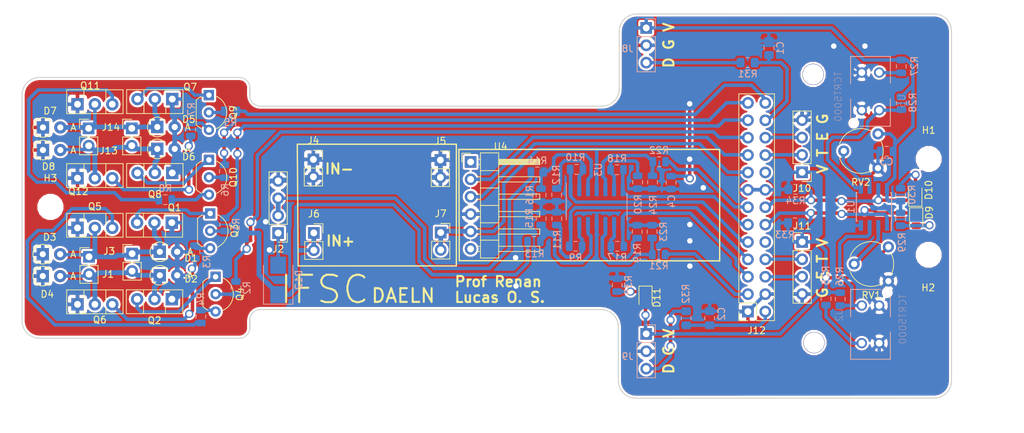
<source format=kicad_pcb>
(kicad_pcb (version 20171130) (host pcbnew 5.0.2+dfsg1-1)
  (layers (0 F.Cu signal) (31 B.Cu signal) (34 B.Paste user) (35 F.Paste user) (36 B.SilkS user) (37 F.SilkS user) (38 B.Mask user) (39 F.Mask user) (44 Edge.Cuts user))
  (net 0 "")
  (net 1 GND)
  (net 2 +5V)
  (net 3 TXB)
  (net 4 RXB)
  (net 5 PWM2)
  (net 6 PWM1)
  (net 7 PWM2N)
  (net 8 PWM1N)
  (net 9 ADC1)
  (net 10 ADC0)
  (net 11 "Net-(Q12-Pad3)")
  (net 12 "Net-(Q11-Pad3)")
  (net 13 "Net-(Q2-Pad3)")
  (net 14 "Net-(Q1-Pad3)")
  (net 15 "Net-(Q6-Pad3)")
  (net 16 +BATT)
  (net 17 "Net-(D1-Pad1)")
  (net 18 "Net-(Q4-Pad3)")
  (net 19 "Net-(D5-Pad1)")
  (net 20 "Net-(Q10-Pad3)")
  (net 21 "Net-(R11-Pad1)")
  (net 22 BATMed)
  (net 23 "Net-(Q10-Pad2)")
  (net 24 "Net-(Q10-Pad1)")
  (net 25 "Net-(Q4-Pad2)")
  (net 26 "Net-(Q3-Pad2)")
  (net 27 "Net-(Q3-Pad3)")
  (net 28 "Net-(Q7-Pad3)")
  (net 29 "Net-(Q9-Pad3)")
  (net 30 "Net-(Q9-Pad2)")
  (net 31 "Net-(D6-Pad1)")
  (net 32 "Net-(D2-Pad1)")
  (net 33 "Net-(Q5-Pad3)")
  (net 34 "Net-(R13-Pad1)")
  (net 35 "Net-(R10-Pad2)")
  (net 36 "Net-(R14-Pad1)")
  (net 37 "Net-(U4-Pad1)")
  (net 38 "Net-(U4-Pad6)")
  (net 39 D1)
  (net 40 D0)
  (net 41 Trig1)
  (net 42 Echo1)
  (net 43 Trig0)
  (net 44 Echo0)
  (net 45 "Net-(R22-Pad1)")
  (net 46 "Net-(R21-Pad1)")
  (net 47 "Net-(R18-Pad2)")
  (net 48 "Net-(R17-Pad2)")
  (net 49 ADC3)
  (net 50 A1)
  (net 51 A2)
  (net 52 "Net-(R25-Pad2)")
  (net 53 "Net-(R26-Pad2)")
  (net 54 "Net-(R27-Pad2)")
  (net 55 "Net-(R28-Pad2)")
  (net 56 L_TCRT)
  (net 57 "Net-(RV2-Pad2)")
  (net 58 "Net-(RV1-Pad2)")
  (net 59 R_TCRT)
  (net 60 ADC2)
  (net 61 "Net-(J12-Pad18)")
  (net 62 "Net-(J9-Pad3)")
  (net 63 "Net-(J8-Pad3)")
  (net 64 "Net-(J12-Pad10)")
  (net 65 "Net-(D9-Pad2)")
  (net 66 "Net-(D10-Pad2)")
  (net 67 "Net-(D11-Pad1)")
  (net 68 "Net-(D12-Pad2)")
  (module LED_SMD:LED_0805_2012Metric (layer F.Cu) (at 221.3102 73.2051 270)
    (fp_text reference D11 (at 0 -1.65 270) (layer F.SilkS))
    (fp_text value LED)
    (pad 1 smd roundrect (at -0.9375 0 270) (size 0.975 1.4) (layers F.Cu F.Paste F.Mask) (net 67 "Net-(D11-Pad1)"))
    (pad 2 smd roundrect (at 0.9375 0 270) (size 0.975 1.4) (layers F.Cu F.Paste F.Mask) (net 2 +5V))
  )
  (module LED_SMD:LED_0805_2012Metric (layer F.Cu) (at 260.731 58.166 90)
    (fp_text reference D10 (at 0.6858 1.9558 90) (layer F.SilkS))
    (fp_text value LED)
    (pad 2 smd roundrect (at 0.9375 0 90) (size 0.975 1.4) (layers F.Cu F.Paste F.Mask) (net 66 "Net-(D10-Pad2)"))
    (pad 1 smd roundrect (at -0.9375 0 90) (size 0.975 1.4) (layers F.Cu F.Paste F.Mask) (net 56 L_TCRT))
  )
  (module LED_SMD:LED_0805_2012Metric (layer F.Cu) (at 260.858 61.7601 270)
    (fp_text reference D9 (at -0.9779 -1.905 270) (layer F.SilkS))
    (fp_text value LED)
    (pad 1 smd roundrect (at -0.9375 0 270) (size 0.975 1.4) (layers F.Cu F.Paste F.Mask) (net 59 R_TCRT))
    (pad 2 smd roundrect (at 0.9375 0 270) (size 0.975 1.4) (layers F.Cu F.Paste F.Mask) (net 65 "Net-(D9-Pad2)"))
  )
  (module Capacitor_SMD:C_0805_2012Metric (layer B.Cu) (at 256.54 51.816 180)
    (fp_text reference C3 (at 0 -1.524 180) (layer B.SilkS) (effects (justify mirror)))
    (fp_text value 100n)
    (pad 2 smd roundrect (at 0.9375 0 180) (size 0.975 1.4) (layers B.Cu B.Paste B.Mask) (net 1 GND))
    (pad 1 smd roundrect (at -0.9375 0 180) (size 0.975 1.4) (layers B.Cu B.Paste B.Mask) (net 2 +5V))
  )
  (module Diode_SMD:D_SMB (layer B.Cu) (at 167.64 70.612 90)
    (fp_text reference D12 (at 0 3 90) (layer B.SilkS) (effects (justify mirror)))
    (fp_text value D_Schottky)
    (pad 1 smd rect (at -2.15 0 90) (size 2.5 2.3) (layers B.Cu B.Paste B.Mask) (net 16 +BATT))
    (pad 2 smd rect (at 2.15 0 90) (size 2.5 2.3) (layers B.Cu B.Paste B.Mask) (net 68 "Net-(D12-Pad2)"))
  )
  (module Resistor_SMD:R_0805_2012Metric (layer B.Cu) (at 217.17 71.374 90)
    (fp_text reference R35 (at 0 1.65 90) (layer B.SilkS) (effects (justify mirror)))
    (fp_text value 1K)
    (pad 1 smd roundrect (at -0.9375 0 90) (size 0.975 1.4) (layers B.Cu B.Paste B.Mask) (net 67 "Net-(D11-Pad1)"))
    (pad 2 smd roundrect (at 0.9375 0 90) (size 0.975 1.4) (layers B.Cu B.Paste B.Mask) (net 1 GND))
  )
  (module MountingHole:MountingHole_3.2mm_M3 (layer F.Cu) (at 134.366 59.944)
    (fp_text reference H3 (at 0 -4.2) (layer F.SilkS))
    (fp_text value MountingHole)
    (pad 1 np_thru_hole circle (at 0 0) (size 3.2 3.2) (drill 3.2) (layers *.Cu *.Mask))
  )
  (module MountingHole:MountingHole_3.2mm_M3 (layer F.Cu) (at 262.684 66.944)
    (fp_text reference H2 (at -0.0734 4.811) (layer F.SilkS))
    (fp_text value MountingHole)
    (pad 1 np_thru_hole circle (at 0 0) (size 3.2 3.2) (drill 3.2) (layers *.Cu *.Mask))
  )
  (module MountingHole:MountingHole_3.2mm_M3 (layer F.Cu) (at 262.684 52.944)
    (fp_text reference H1 (at 0 -4.2) (layer F.SilkS))
    (fp_text value MountingHole)
    (pad 1 np_thru_hole circle (at 0 0) (size 3.2 3.2) (drill 3.2) (layers *.Cu *.Mask))
  )
  (module Potentiometer_THT:Potentiometer_Piher_PT-6-V_Vertical (layer F.Cu) (at 256.794 65.786 180)
    (fp_text reference RV1 (at 2.5 -7.06 180) (layer F.SilkS))
    (fp_text value R_POT_TRIM)
    (pad 3 thru_hole circle (at 0 -5 180) (size 1.62 1.62) (drill 0.9) (layers *.Cu *.Mask) (net 1 GND))
    (pad 2 thru_hole circle (at 5 -2.5 180) (size 1.62 1.62) (drill 0.9) (layers *.Cu *.Mask) (net 58 "Net-(RV1-Pad2)"))
    (pad 1 thru_hole circle (at 0 0 180) (size 1.62 1.62) (drill 0.9) (layers *.Cu *.Mask) (net 2 +5V))
  )
  (module Package_SO:SOIC-14_3.9x8.7mm_P1.27mm (layer B.Cu) (at 214.1728 59.9059 270)
    (fp_text reference U3 (at -5.3975 -0.2286 90) (layer B.SilkS) (effects (justify mirror)))
    (fp_text value LM324)
    (pad 14 smd roundrect (at 2.475 3.81 270) (size 1.95 0.6) (layers B.Cu B.Paste B.Mask) (net 10 ADC0))
    (pad 13 smd roundrect (at 2.475 2.54 270) (size 1.95 0.6) (layers B.Cu B.Paste B.Mask) (net 21 "Net-(R11-Pad1)"))
    (pad 12 smd roundrect (at 2.475 1.27 270) (size 1.95 0.6) (layers B.Cu B.Paste B.Mask) (net 34 "Net-(R13-Pad1)"))
    (pad 11 smd roundrect (at 2.475 0 270) (size 1.95 0.6) (layers B.Cu B.Paste B.Mask) (net 1 GND))
    (pad 10 smd roundrect (at 2.475 -1.27 270) (size 1.95 0.6) (layers B.Cu B.Paste B.Mask) (net 46 "Net-(R21-Pad1)"))
    (pad 9 smd roundrect (at 2.475 -2.54 270) (size 1.95 0.6) (layers B.Cu B.Paste B.Mask) (net 48 "Net-(R17-Pad2)"))
    (pad 8 smd roundrect (at 2.475 -3.81 270) (size 1.95 0.6) (layers B.Cu B.Paste B.Mask) (net 49 ADC3))
    (pad 7 smd roundrect (at -2.475 -3.81 270) (size 1.95 0.6) (layers B.Cu B.Paste B.Mask) (net 60 ADC2))
    (pad 6 smd roundrect (at -2.475 -2.54 270) (size 1.95 0.6) (layers B.Cu B.Paste B.Mask) (net 47 "Net-(R18-Pad2)"))
    (pad 5 smd roundrect (at -2.475 -1.27 270) (size 1.95 0.6) (layers B.Cu B.Paste B.Mask) (net 45 "Net-(R22-Pad1)"))
    (pad 4 smd roundrect (at -2.475 0 270) (size 1.95 0.6) (layers B.Cu B.Paste B.Mask) (net 2 +5V))
    (pad 3 smd roundrect (at -2.475 1.27 270) (size 1.95 0.6) (layers B.Cu B.Paste B.Mask) (net 36 "Net-(R14-Pad1)"))
    (pad 2 smd roundrect (at -2.475 2.54 270) (size 1.95 0.6) (layers B.Cu B.Paste B.Mask) (net 35 "Net-(R10-Pad2)"))
    (pad 1 smd roundrect (at -2.475 3.81 270) (size 1.95 0.6) (layers B.Cu B.Paste B.Mask) (net 9 ADC1))
  )
  (module Resistor_SMD:R_0805_2012Metric_Pad1.15x1.40mm_HandSolder (layer B.Cu) (at 243.2267 57.3786)
    (fp_text reference R34 (at 0 1.65) (layer B.SilkS) (effects (justify mirror)))
    (fp_text value 10k)
    (pad 2 smd roundrect (at 1.025 0) (size 1.15 1.4) (layers B.Cu B.Paste B.Mask) (roundrect_rratio 0.217391) (net 56 L_TCRT))
    (pad 1 smd roundrect (at -1.025 0) (size 1.15 1.4) (layers B.Cu B.Paste B.Mask) (roundrect_rratio 0.217391) (net 2 +5V))
  )
  (module Resistor_SMD:R_0805_2012Metric_Pad1.15x1.40mm_HandSolder (layer B.Cu) (at 243.1542 62.2808)
    (fp_text reference R33 (at -1.4732 1.7272) (layer B.SilkS) (effects (justify mirror)))
    (fp_text value 10k)
    (pad 2 smd roundrect (at 1.025 0) (size 1.15 1.4) (layers B.Cu B.Paste B.Mask) (roundrect_rratio 0.217391) (net 59 R_TCRT))
    (pad 1 smd roundrect (at -1.025 0) (size 1.15 1.4) (layers B.Cu B.Paste B.Mask) (roundrect_rratio 0.217391) (net 2 +5V))
  )
  (module Connector_PinHeader_2.54mm:PinHeader_1x03_P2.54mm_Vertical (layer B.Cu) (at 221.4118 33.7947 180)
    (fp_text reference J8 (at 2.7178 -3.0353 180) (layer B.SilkS) (effects (justify mirror)))
    (fp_text value Conn_01x03)
    (pad 1 thru_hole rect (at 0 0 180) (size 1.7 1.7) (drill 1) (layers *.Cu *.Mask) (net 2 +5V))
    (pad 2 thru_hole oval (at 0 -2.54 180) (size 1.7 1.7) (drill 1) (layers *.Cu *.Mask) (net 1 GND))
    (pad 3 thru_hole oval (at 0 -5.08 180) (size 1.7 1.7) (drill 1) (layers *.Cu *.Mask) (net 63 "Net-(J8-Pad3)"))
  )
  (module Resistor_SMD:R_0805_2012Metric (layer B.Cu) (at 249.7582 73.4164 270)
    (fp_text reference R26 (at -3.3124 0.0762 270) (layer B.SilkS) (effects (justify mirror)))
    (fp_text value 10k)
    (pad 1 smd roundrect (at -0.9375 0 270) (size 0.975 1.4) (layers B.Cu B.Paste B.Mask) (net 2 +5V))
    (pad 2 smd roundrect (at 0.9375 0 270) (size 0.975 1.4) (layers B.Cu B.Paste B.Mask) (net 53 "Net-(R26-Pad2)"))
  )
  (module Resistor_SMD:R_0805_2012Metric (layer B.Cu) (at 247.6754 73.3656 270)
    (fp_text reference R25 (at -3.3886 0.0254 270) (layer B.SilkS) (effects (justify mirror)))
    (fp_text value 1k)
    (pad 2 smd roundrect (at 0.9375 0 270) (size 0.975 1.4) (layers B.Cu B.Paste B.Mask) (net 52 "Net-(R25-Pad2)"))
    (pad 1 smd roundrect (at -0.9375 0 270) (size 0.975 1.4) (layers B.Cu B.Paste B.Mask) (net 2 +5V))
  )
  (module TCRT5000:OPTO_TCRT5000 (layer B.Cu) (at 254.1778 77.1017 270)
    (fp_text reference U2 (at -1.40117 4.57476 270) (layer B.SilkS) (effects (font (size 1.00413 1.00413) (thickness 0.05)) (justify mirror)))
    (fp_text value TCRT5000 (at -0.758895 -4.71434 270) (layer B.SilkS) (effects (font (size 1.00533 1.00533) (thickness 0.05)) (justify mirror)))
    (pad Hole np_thru_hole circle (at -4.65 -2.45 270) (size 1 1) (drill 1) (layers *.Cu *.Mask B.SilkS))
    (pad CATH thru_hole circle (at 2.75 -1.27 270) (size 1.508 1.508) (drill 1) (layers *.Cu *.Mask) (net 1 GND))
    (pad A thru_hole circle (at 2.75 1.27 270) (size 1.508 1.508) (drill 1) (layers *.Cu *.Mask) (net 52 "Net-(R25-Pad2)"))
    (pad E thru_hole circle (at -2.75 -1.27 270) (size 1.508 1.508) (drill 1) (layers *.Cu *.Mask) (net 1 GND))
    (pad COLL thru_hole circle (at -2.75 1.27 270) (size 1.508 1.508) (drill 1) (layers *.Cu *.Mask) (net 53 "Net-(R26-Pad2)"))
  )
  (module Resistor_SMD:R_0805_2012Metric (layer B.Cu) (at 258.699 44.7929 270)
    (fp_text reference R28 (at -0.0889 -1.651 270) (layer B.SilkS) (effects (justify mirror)))
    (fp_text value 10k)
    (pad 1 smd roundrect (at -0.9375 0 270) (size 0.975 1.4) (layers B.Cu B.Paste B.Mask) (net 2 +5V))
    (pad 2 smd roundrect (at 0.9375 0 270) (size 0.975 1.4) (layers B.Cu B.Paste B.Mask) (net 55 "Net-(R28-Pad2)"))
  )
  (module Resistor_SMD:R_0805_2012Metric_Pad1.15x1.40mm_HandSolder (layer B.Cu) (at 236.2327 38.862)
    (fp_text reference R31 (at 0 1.65 180) (layer B.SilkS) (effects (justify mirror)))
    (fp_text value 10k)
    (pad 2 smd roundrect (at 1.025 0) (size 1.15 1.4) (layers B.Cu B.Paste B.Mask) (roundrect_rratio 0.217391) (net 39 D1))
    (pad 1 smd roundrect (at -1.025 0) (size 1.15 1.4) (layers B.Cu B.Paste B.Mask) (roundrect_rratio 0.217391) (net 63 "Net-(J8-Pad3)"))
  )
  (module Capacitor_SMD:C_0805_2012Metric_Pad1.15x1.40mm_HandSolder (layer B.Cu) (at 230.6828 76.2037 90)
    (fp_text reference C2 (at 0.6387 1.7272 90) (layer B.SilkS) (effects (justify mirror)))
    (fp_text value 1n)
    (pad 2 smd roundrect (at 1.025 0 90) (size 1.15 1.4) (layers B.Cu B.Paste B.Mask) (roundrect_rratio 0.217391) (net 1 GND))
    (pad 1 smd roundrect (at -1.025 0 90) (size 1.15 1.4) (layers B.Cu B.Paste B.Mask) (roundrect_rratio 0.217391) (net 40 D0))
  )
  (module Capacitor_SMD:C_0805_2012Metric_Pad1.15x1.40mm_HandSolder (layer B.Cu) (at 239.3442 36.7284 90)
    (fp_text reference C1 (at 0 1.65 90) (layer B.SilkS) (effects (justify mirror)))
    (fp_text value 1n)
    (pad 1 smd roundrect (at -1.025 0 90) (size 1.15 1.4) (layers B.Cu B.Paste B.Mask) (roundrect_rratio 0.217391) (net 39 D1))
    (pad 2 smd roundrect (at 1.025 0 90) (size 1.15 1.4) (layers B.Cu B.Paste B.Mask) (roundrect_rratio 0.217391) (net 1 GND))
  )
  (module Package_TO_SOT_THT:TO-92_Inline_Wide (layer F.Cu) (at 157.5308 53.0733 270)
    (fp_text reference Q10 (at 2.54 -3.56 270) (layer F.SilkS))
    (fp_text value BC548)
    (pad 1 thru_hole rect (at 0 0) (size 1.5 1.5) (drill 0.8) (layers *.Cu *.Mask) (net 24 "Net-(Q10-Pad1)"))
    (pad 3 thru_hole circle (at 5.08 0) (size 1.5 1.5) (drill 0.8) (layers *.Cu *.Mask) (net 20 "Net-(Q10-Pad3)"))
    (pad 2 thru_hole circle (at 2.54 0) (size 1.5 1.5) (drill 0.8) (layers *.Cu *.Mask) (net 23 "Net-(Q10-Pad2)"))
  )
  (module Package_TO_SOT_THT:TO-92_Inline_Wide (layer F.Cu) (at 158.496 70.1548 270)
    (fp_text reference Q4 (at 2.54 -3.56 270) (layer F.SilkS))
    (fp_text value BC548)
    (pad 2 thru_hole circle (at 2.54 0) (size 1.5 1.5) (drill 0.8) (layers *.Cu *.Mask) (net 25 "Net-(Q4-Pad2)"))
    (pad 3 thru_hole circle (at 5.08 0) (size 1.5 1.5) (drill 0.8) (layers *.Cu *.Mask) (net 18 "Net-(Q4-Pad3)"))
    (pad 1 thru_hole rect (at 0 0) (size 1.5 1.5) (drill 0.8) (layers *.Cu *.Mask) (net 13 "Net-(Q2-Pad3)"))
  )
  (module Package_TO_SOT_THT:TO-92_Inline_Wide (layer F.Cu) (at 157.5181 43.6118 270)
    (fp_text reference Q9 (at 2.54 -3.56 270) (layer F.SilkS))
    (fp_text value BC548)
    (pad 1 thru_hole rect (at 0 0) (size 1.5 1.5) (drill 0.8) (layers *.Cu *.Mask) (net 28 "Net-(Q7-Pad3)"))
    (pad 3 thru_hole circle (at 5.08 0) (size 1.5 1.5) (drill 0.8) (layers *.Cu *.Mask) (net 29 "Net-(Q9-Pad3)"))
    (pad 2 thru_hole circle (at 2.54 0) (size 1.5 1.5) (drill 0.8) (layers *.Cu *.Mask) (net 30 "Net-(Q9-Pad2)"))
  )
  (module Package_TO_SOT_THT:TO-92_Inline_Wide (layer F.Cu) (at 157.7086 60.9092 270)
    (fp_text reference Q3 (at 2.54 -3.56 270) (layer F.SilkS))
    (fp_text value BC548)
    (pad 2 thru_hole circle (at 2.54 0) (size 1.5 1.5) (drill 0.8) (layers *.Cu *.Mask) (net 26 "Net-(Q3-Pad2)"))
    (pad 3 thru_hole circle (at 5.08 0) (size 1.5 1.5) (drill 0.8) (layers *.Cu *.Mask) (net 27 "Net-(Q3-Pad3)"))
    (pad 1 thru_hole rect (at 0 0) (size 1.5 1.5) (drill 0.8) (layers *.Cu *.Mask) (net 14 "Net-(Q1-Pad3)"))
  )
  (module Resistor_SMD:R_0805_2012Metric_Pad1.15x1.40mm_HandSolder (layer B.Cu) (at 227.2538 76.2127 270)
    (fp_text reference R32 (at -3.5687 0.0508 270) (layer B.SilkS) (effects (justify mirror)))
    (fp_text value 10k)
    (pad 1 smd roundrect (at -1.025 0 270) (size 1.15 1.4) (layers B.Cu B.Paste B.Mask) (roundrect_rratio 0.217391) (net 62 "Net-(J9-Pad3)"))
    (pad 2 smd roundrect (at 1.025 0 270) (size 1.15 1.4) (layers B.Cu B.Paste B.Mask) (roundrect_rratio 0.217391) (net 40 D0))
  )
  (module Connector_PinHeader_2.54mm:PinHeader_1x04_P2.54mm_Vertical (layer F.Cu) (at 244.1829 54.8894 180)
    (fp_text reference J10 (at 0 -2.33 180) (layer F.SilkS))
    (fp_text value Conn_01x04)
    (pad 1 thru_hole rect (at 0 0 180) (size 1.7 1.7) (drill 1) (layers *.Cu *.Mask) (net 2 +5V))
    (pad 2 thru_hole oval (at 0 2.54 180) (size 1.7 1.7) (drill 1) (layers *.Cu *.Mask) (net 43 Trig0))
    (pad 3 thru_hole oval (at 0 5.08 180) (size 1.7 1.7) (drill 1) (layers *.Cu *.Mask) (net 44 Echo0))
    (pad 4 thru_hole oval (at 0 7.62 180) (size 1.7 1.7) (drill 1) (layers *.Cu *.Mask) (net 1 GND))
  )
  (module Connector_PinHeader_2.54mm:PinHeader_1x06_P2.54mm_Horizontal (layer F.Cu) (at 195.7578 53.3781)
    (fp_text reference U4 (at 4.385 -2.27) (layer F.SilkS))
    (fp_text value HC-05)
    (pad 1 thru_hole rect (at 0 0) (size 1.7 1.7) (drill 1) (layers *.Cu *.Mask) (net 37 "Net-(U4-Pad1)"))
    (pad 2 thru_hole oval (at 0 2.54) (size 1.7 1.7) (drill 1) (layers *.Cu *.Mask) (net 4 RXB))
    (pad 3 thru_hole oval (at 0 5.08) (size 1.7 1.7) (drill 1) (layers *.Cu *.Mask) (net 3 TXB))
    (pad 4 thru_hole oval (at 0 7.62) (size 1.7 1.7) (drill 1) (layers *.Cu *.Mask) (net 1 GND))
    (pad 5 thru_hole oval (at 0 10.16) (size 1.7 1.7) (drill 1) (layers *.Cu *.Mask) (net 2 +5V))
    (pad 6 thru_hole oval (at 0 12.7) (size 1.7 1.7) (drill 1) (layers *.Cu *.Mask) (net 38 "Net-(U4-Pad6)"))
  )
  (module TCRT5000:OPTO_TCRT5000 (layer B.Cu) (at 254.1778 43.0657 90)
    (fp_text reference U5 (at -1.40117 4.57476 90) (layer B.SilkS) (effects (font (size 1.00413 1.00413) (thickness 0.05)) (justify mirror)))
    (fp_text value TCRT5000 (at -0.758895 -4.71434 90) (layer B.SilkS) (effects (font (size 1.00533 1.00533) (thickness 0.05)) (justify mirror)))
    (pad COLL thru_hole circle (at -2.75 1.27 90) (size 1.508 1.508) (drill 1) (layers *.Cu *.Mask) (net 55 "Net-(R28-Pad2)"))
    (pad E thru_hole circle (at -2.75 -1.27 90) (size 1.508 1.508) (drill 1) (layers *.Cu *.Mask) (net 1 GND))
    (pad A thru_hole circle (at 2.75 1.27 90) (size 1.508 1.508) (drill 1) (layers *.Cu *.Mask) (net 54 "Net-(R27-Pad2)"))
    (pad CATH thru_hole circle (at 2.75 -1.27 90) (size 1.508 1.508) (drill 1) (layers *.Cu *.Mask) (net 1 GND))
    (pad Hole np_thru_hole circle (at -4.65 -2.45 90) (size 1 1) (drill 1) (layers *.Cu *.Mask B.SilkS))
  )
  (module Connector_PinHeader_2.54mm:PinHeader_1x04_P2.54mm_Vertical (layer F.Cu) (at 244.1956 65.0621)
    (fp_text reference J11 (at 0 -2.33) (layer F.SilkS))
    (fp_text value Conn_01x04)
    (pad 1 thru_hole rect (at 0 0) (size 1.7 1.7) (drill 1) (layers *.Cu *.Mask) (net 2 +5V))
    (pad 2 thru_hole oval (at 0 2.54) (size 1.7 1.7) (drill 1) (layers *.Cu *.Mask) (net 41 Trig1))
    (pad 3 thru_hole oval (at 0 5.08) (size 1.7 1.7) (drill 1) (layers *.Cu *.Mask) (net 42 Echo1))
    (pad 4 thru_hole oval (at 0 7.62) (size 1.7 1.7) (drill 1) (layers *.Cu *.Mask) (net 1 GND))
  )
  (module Resistor_SMD:R_0805_2012Metric (layer B.Cu) (at 208.3308 58.1891 270)
    (fp_text reference R12 (at -2.9441 0.0508 270) (layer B.SilkS) (effects (justify mirror)))
    (fp_text value 15k)
    (pad 1 smd roundrect (at -0.9375 0 270) (size 0.975 1.4) (layers B.Cu B.Paste B.Mask) (net 35 "Net-(R10-Pad2)"))
    (pad 2 smd roundrect (at 0.9375 0 270) (size 0.975 1.4) (layers B.Cu B.Paste B.Mask) (net 1 GND))
  )
  (module Resistor_SMD:R_0805_2012Metric (layer B.Cu) (at 205.0161 64.9986 180)
    (fp_text reference R13 (at -0.0889 -1.8034 180) (layer B.SilkS) (effects (justify mirror)))
    (fp_text value 30k)
    (pad 2 smd roundrect (at 0.9375 0 180) (size 0.975 1.4) (layers B.Cu B.Paste B.Mask) (net 16 +BATT))
    (pad 1 smd roundrect (at -0.9375 0 180) (size 0.975 1.4) (layers B.Cu B.Paste B.Mask) (net 34 "Net-(R13-Pad1)"))
  )
  (module Resistor_SMD:R_0805_2012Metric (layer B.Cu) (at 205.4987 54.8386 180)
    (fp_text reference R14 (at 0 1.65 180) (layer B.SilkS) (effects (justify mirror)))
    (fp_text value 15k)
    (pad 1 smd roundrect (at -0.9375 0 180) (size 0.975 1.4) (layers B.Cu B.Paste B.Mask) (net 36 "Net-(R14-Pad1)"))
    (pad 2 smd roundrect (at 0.9375 0 180) (size 0.975 1.4) (layers B.Cu B.Paste B.Mask) (net 22 BATMed))
  )
  (module Connector_PinSocket_2.54mm:PinSocket_1x02_P2.54mm_Vertical (layer F.Cu) (at 191.3382 53.0987)
    (fp_text reference J5 (at 0 -2.77) (layer F.SilkS))
    (fp_text value Conn_01x02_Male)
    (pad 1 thru_hole rect (at 0 0) (size 1.7 1.7) (drill 1) (layers *.Cu *.Mask) (net 1 GND))
    (pad 2 thru_hole oval (at 0 2.54) (size 1.7 1.7) (drill 1) (layers *.Cu *.Mask) (net 1 GND))
  )
  (module Resistor_SMD:R_0805_2012Metric (layer B.Cu) (at 217.1446 54.5211 180)
    (fp_text reference R18 (at 0 1.65 180) (layer B.SilkS) (effects (justify mirror)))
    (fp_text value R)
    (pad 1 smd roundrect (at -0.9375 0 180) (size 0.975 1.4) (layers B.Cu B.Paste B.Mask) (net 60 ADC2))
    (pad 2 smd roundrect (at 0.9375 0 180) (size 0.975 1.4) (layers B.Cu B.Paste B.Mask) (net 47 "Net-(R18-Pad2)"))
  )
  (module Resistor_SMD:R_0805_2012Metric (layer B.Cu) (at 220.091 63.5635 90)
    (fp_text reference R19 (at -3.1115 0 90) (layer B.SilkS) (effects (justify mirror)))
    (fp_text value R)
    (pad 2 smd roundrect (at 0.9375 0 90) (size 0.975 1.4) (layers B.Cu B.Paste B.Mask) (net 1 GND))
    (pad 1 smd roundrect (at -0.9375 0 90) (size 0.975 1.4) (layers B.Cu B.Paste B.Mask) (net 48 "Net-(R17-Pad2)"))
  )
  (module Resistor_SMD:R_0805_2012Metric (layer B.Cu) (at 206.0575 61.6585 90)
    (fp_text reference R15 (at 0.0635 -1.7145 90) (layer B.SilkS) (effects (justify mirror)))
    (fp_text value 10k)
    (pad 2 smd roundrect (at 0.9375 0 90) (size 0.975 1.4) (layers B.Cu B.Paste B.Mask) (net 1 GND))
    (pad 1 smd roundrect (at -0.9375 0 90) (size 0.975 1.4) (layers B.Cu B.Paste B.Mask) (net 34 "Net-(R13-Pad1)"))
  )
  (module Package_SO:SOIC-8_3.9x4.9mm_P1.27mm (layer B.Cu) (at 254.6858 59.9567 90)
    (fp_text reference U1 (at 0.0127 -3.3528 90) (layer B.SilkS) (effects (justify mirror)))
    (fp_text value LM393)
    (pad 1 smd rect (at -2.7 1.905 90) (size 1.55 0.6) (layers B.Cu B.Paste B.Mask) (net 59 R_TCRT))
    (pad 2 smd rect (at -2.7 0.635 90) (size 1.55 0.6) (layers B.Cu B.Paste B.Mask) (net 58 "Net-(RV1-Pad2)"))
    (pad 3 smd rect (at -2.7 -0.635 90) (size 1.55 0.6) (layers B.Cu B.Paste B.Mask) (net 53 "Net-(R26-Pad2)"))
    (pad 4 smd rect (at -2.7 -1.905 90) (size 1.55 0.6) (layers B.Cu B.Paste B.Mask) (net 1 GND))
    (pad 5 smd rect (at 2.7 -1.905 90) (size 1.55 0.6) (layers B.Cu B.Paste B.Mask) (net 55 "Net-(R28-Pad2)"))
    (pad 6 smd rect (at 2.7 -0.635 90) (size 1.55 0.6) (layers B.Cu B.Paste B.Mask) (net 57 "Net-(RV2-Pad2)"))
    (pad 7 smd rect (at 2.7 0.635 90) (size 1.55 0.6) (layers B.Cu B.Paste B.Mask) (net 56 L_TCRT))
    (pad 8 smd rect (at 2.7 1.905 90) (size 1.55 0.6) (layers B.Cu B.Paste B.Mask) (net 2 +5V))
  )
  (module Connector_PinSocket_2.54mm:PinSocket_2x13_P2.54mm_Vertical (layer F.Cu) (at 236.2708 75.2348 180)
    (fp_text reference J12 (at -1.27 -2.77 180) (layer F.SilkS))
    (fp_text value Conn_02x13_Odd_Even)
    (pad 1 thru_hole rect (at 0 0 180) (size 1.7 1.7) (drill 1) (layers *.Cu *.Mask) (net 1 GND))
    (pad 2 thru_hole oval (at -2.54 0 180) (size 1.7 1.7) (drill 1) (layers *.Cu *.Mask) (net 40 D0))
    (pad 3 thru_hole oval (at 0 2.54 180) (size 1.7 1.7) (drill 1) (layers *.Cu *.Mask) (net 50 A1))
    (pad 4 thru_hole oval (at -2.54 2.54 180) (size 1.7 1.7) (drill 1) (layers *.Cu *.Mask) (net 1 GND))
    (pad 5 thru_hole oval (at 0 5.08 180) (size 1.7 1.7) (drill 1) (layers *.Cu *.Mask) (net 49 ADC3))
    (pad 6 thru_hole oval (at -2.54 5.08 180) (size 1.7 1.7) (drill 1) (layers *.Cu *.Mask) (net 42 Echo1))
    (pad 7 thru_hole oval (at 0 7.62 180) (size 1.7 1.7) (drill 1) (layers *.Cu *.Mask) (net 10 ADC0))
    (pad 8 thru_hole oval (at -2.54 7.62 180) (size 1.7 1.7) (drill 1) (layers *.Cu *.Mask) (net 41 Trig1))
    (pad 9 thru_hole oval (at 0 10.16 180) (size 1.7 1.7) (drill 1) (layers *.Cu *.Mask) (net 9 ADC1))
    (pad 10 thru_hole oval (at -2.54 10.16 180) (size 1.7 1.7) (drill 1) (layers *.Cu *.Mask) (net 64 "Net-(J12-Pad10)"))
    (pad 11 thru_hole oval (at 0 12.7 180) (size 1.7 1.7) (drill 1) (layers *.Cu *.Mask) (net 60 ADC2))
    (pad 12 thru_hole oval (at -2.54 12.7 180) (size 1.7 1.7) (drill 1) (layers *.Cu *.Mask) (net 59 R_TCRT))
    (pad 13 thru_hole oval (at 0 15.24 180) (size 1.7 1.7) (drill 1) (layers *.Cu *.Mask) (net 51 A2))
    (pad 14 thru_hole oval (at -2.54 15.24 180) (size 1.7 1.7) (drill 1) (layers *.Cu *.Mask) (net 56 L_TCRT))
    (pad 15 thru_hole oval (at 0 17.78 180) (size 1.7 1.7) (drill 1) (layers *.Cu *.Mask) (net 2 +5V))
    (pad 16 thru_hole oval (at -2.54 17.78 180) (size 1.7 1.7) (drill 1) (layers *.Cu *.Mask) (net 2 +5V))
    (pad 17 thru_hole oval (at 0 20.32 180) (size 1.7 1.7) (drill 1) (layers *.Cu *.Mask) (net 3 TXB))
    (pad 18 thru_hole oval (at -2.54 20.32 180) (size 1.7 1.7) (drill 1) (layers *.Cu *.Mask) (net 61 "Net-(J12-Pad18)"))
    (pad 19 thru_hole oval (at 0 22.86 180) (size 1.7 1.7) (drill 1) (layers *.Cu *.Mask) (net 4 RXB))
    (pad 20 thru_hole oval (at -2.54 22.86 180) (size 1.7 1.7) (drill 1) (layers *.Cu *.Mask) (net 43 Trig0))
    (pad 21 thru_hole oval (at 0 25.4 180) (size 1.7 1.7) (drill 1) (layers *.Cu *.Mask) (net 6 PWM1))
    (pad 22 thru_hole oval (at -2.54 25.4 180) (size 1.7 1.7) (drill 1) (layers *.Cu *.Mask) (net 44 Echo0))
    (pad 23 thru_hole oval (at 0 27.94 180) (size 1.7 1.7) (drill 1) (layers *.Cu *.Mask) (net 8 PWM1N))
    (pad 24 thru_hole oval (at -2.54 27.94 180) (size 1.7 1.7) (drill 1) (layers *.Cu *.Mask) (net 39 D1))
    (pad 25 thru_hole oval (at 0 30.48 180) (size 1.7 1.7) (drill 1) (layers *.Cu *.Mask) (net 5 PWM2))
    (pad 26 thru_hole oval (at -2.54 30.48 180) (size 1.7 1.7) (drill 1) (layers *.Cu *.Mask) (net 7 PWM2N))
  )
  (module Connector_PinSocket_2.54mm:PinSocket_1x02_P2.54mm_Vertical (layer F.Cu) (at 172.847 63.7413)
    (fp_text reference J6 (at 0 -2.77) (layer F.SilkS))
    (fp_text value Conn_01x02_Male)
    (pad 2 thru_hole oval (at 0 2.54) (size 1.7 1.7) (drill 1) (layers *.Cu *.Mask) (net 16 +BATT))
    (pad 1 thru_hole rect (at 0 0) (size 1.7 1.7) (drill 1) (layers *.Cu *.Mask) (net 16 +BATT))
  )
  (module Connector_PinHeader_2.54mm:PinHeader_1x03_P2.54mm_Vertical (layer B.Cu) (at 221.4118 78.4987 180)
    (fp_text reference J9 (at 2.7178 -3.2893 180) (layer B.SilkS) (effects (justify mirror)))
    (fp_text value Conn_01x03)
    (pad 1 thru_hole rect (at 0 0 180) (size 1.7 1.7) (drill 1) (layers *.Cu *.Mask) (net 2 +5V))
    (pad 2 thru_hole oval (at 0 -2.54 180) (size 1.7 1.7) (drill 1) (layers *.Cu *.Mask) (net 1 GND))
    (pad 3 thru_hole oval (at 0 -5.08 180) (size 1.7 1.7) (drill 1) (layers *.Cu *.Mask) (net 62 "Net-(J9-Pad3)"))
  )
  (module Resistor_SMD:R_0805_2012Metric (layer B.Cu) (at 217.1954 65.6971 180)
    (fp_text reference R17 (at 0.0254 -1.6129 180) (layer B.SilkS) (effects (justify mirror)))
    (fp_text value R)
    (pad 2 smd roundrect (at 0.9375 0 180) (size 0.975 1.4) (layers B.Cu B.Paste B.Mask) (net 48 "Net-(R17-Pad2)"))
    (pad 1 smd roundrect (at -0.9375 0 180) (size 0.975 1.4) (layers B.Cu B.Paste B.Mask) (net 49 ADC3))
  )
  (module Resistor_SMD:R_0805_2012Metric (layer B.Cu) (at 258.6736 39.4104 270)
    (fp_text reference R27 (at -0.0404 -1.9304 270) (layer B.SilkS) (effects (justify mirror)))
    (fp_text value 1k)
    (pad 2 smd roundrect (at 0.9375 0 270) (size 0.975 1.4) (layers B.Cu B.Paste B.Mask) (net 54 "Net-(R27-Pad2)"))
    (pad 1 smd roundrect (at -0.9375 0 270) (size 0.975 1.4) (layers B.Cu B.Paste B.Mask) (net 2 +5V))
  )
  (module Resistor_SMD:R_0805_2012Metric (layer B.Cu) (at 222.3389 56.3372 270)
    (fp_text reference R24 (at 3.3274 -0.0889 270) (layer B.SilkS) (effects (justify mirror)))
    (fp_text value R)
    (pad 1 smd roundrect (at -0.9375 0 270) (size 0.975 1.4) (layers B.Cu B.Paste B.Mask) (net 45 "Net-(R22-Pad1)"))
    (pad 2 smd roundrect (at 0.9375 0 270) (size 0.975 1.4) (layers B.Cu B.Paste B.Mask) (net 1 GND))
  )
  (module Resistor_SMD:R_0805_2012Metric (layer B.Cu) (at 220.1545 56.3372 270)
    (fp_text reference R20 (at 3.2258 -0.0635 270) (layer B.SilkS) (effects (justify mirror)))
    (fp_text value R)
    (pad 1 smd roundrect (at -0.9375 0 270) (size 0.975 1.4) (layers B.Cu B.Paste B.Mask) (net 47 "Net-(R18-Pad2)"))
    (pad 2 smd roundrect (at 0.9375 0 270) (size 0.975 1.4) (layers B.Cu B.Paste B.Mask) (net 1 GND))
  )
  (module Resistor_SMD:R_0805_2012Metric (layer B.Cu) (at 223.2406 66.9036)
    (fp_text reference R21 (at 0 1.65) (layer B.SilkS) (effects (justify mirror)))
    (fp_text value R)
    (pad 2 smd roundrect (at 0.9375 0) (size 0.975 1.4) (layers B.Cu B.Paste B.Mask) (net 50 A1))
    (pad 1 smd roundrect (at -0.9375 0) (size 0.975 1.4) (layers B.Cu B.Paste B.Mask) (net 46 "Net-(R21-Pad1)"))
  )
  (module Resistor_SMD:R_0805_2012Metric (layer B.Cu) (at 223.3168 53.3527)
    (fp_text reference R22 (at -0.0508 -1.6637) (layer B.SilkS) (effects (justify mirror)))
    (fp_text value R)
    (pad 1 smd roundrect (at -0.9375 0) (size 0.975 1.4) (layers B.Cu B.Paste B.Mask) (net 45 "Net-(R22-Pad1)"))
    (pad 2 smd roundrect (at 0.9375 0) (size 0.975 1.4) (layers B.Cu B.Paste B.Mask) (net 51 A2))
  )
  (module Connector_PinSocket_2.54mm:PinSocket_1x02_P2.54mm_Vertical (layer F.Cu) (at 191.389 63.6905)
    (fp_text reference J7 (at 0 -2.77) (layer F.SilkS))
    (fp_text value Conn_01x02_Male)
    (pad 1 thru_hole rect (at 0 0) (size 1.7 1.7) (drill 1) (layers *.Cu *.Mask) (net 2 +5V))
    (pad 2 thru_hole oval (at 0 2.54) (size 1.7 1.7) (drill 1) (layers *.Cu *.Mask) (net 2 +5V))
  )
  (module Connector_PinSocket_2.54mm:PinSocket_1x02_P2.54mm_Vertical (layer F.Cu) (at 172.7835 53.0098)
    (fp_text reference J4 (at 0 -2.77) (layer F.SilkS))
    (fp_text value Conn_01x02_Male)
    (pad 2 thru_hole oval (at 0 2.54) (size 1.7 1.7) (drill 1) (layers *.Cu *.Mask) (net 1 GND))
    (pad 1 thru_hole rect (at 0 0) (size 1.7 1.7) (drill 1) (layers *.Cu *.Mask) (net 1 GND))
  )
  (module Resistor_SMD:R_0805_2012Metric (layer B.Cu) (at 222.2754 63.5635 90)
    (fp_text reference R23 (at 0 1.65 90) (layer B.SilkS) (effects (justify mirror)))
    (fp_text value R)
    (pad 2 smd roundrect (at 0.9375 0 90) (size 0.975 1.4) (layers B.Cu B.Paste B.Mask) (net 1 GND))
    (pad 1 smd roundrect (at -0.9375 0 90) (size 0.975 1.4) (layers B.Cu B.Paste B.Mask) (net 46 "Net-(R21-Pad1)"))
  )
  (module Package_TO_SOT_THT:TO-126-3_Vertical (layer F.Cu) (at 138.322855 55.746282)
    (fp_text reference Q12 (at 0.132545 1.949818) (layer F.SilkS))
    (fp_text value BD139)
    (pad 3 thru_hole oval (at 5.08 0) (size 1.8 1.8) (drill 1) (layers *.Cu *.Mask) (net 11 "Net-(Q12-Pad3)"))
    (pad 2 thru_hole oval (at 2.54 0) (size 1.8 1.8) (drill 1) (layers *.Cu *.Mask) (net 31 "Net-(D6-Pad1)"))
    (pad 1 thru_hole rect (at 0 0) (size 1.8 1.8) (drill 1) (layers *.Cu *.Mask) (net 1 GND))
  )
  (module Resistor_SMD:R_0805_2012Metric (layer B.Cu) (at 206.047659 58.212429 270)
    (fp_text reference R16 (at 0 1.65 270) (layer B.SilkS) (effects (justify mirror)))
    (fp_text value 10k)
    (pad 2 smd roundrect (at 0.9375 0 270) (size 0.975 1.4) (layers B.Cu B.Paste B.Mask) (net 1 GND))
    (pad 1 smd roundrect (at -0.9375 0 270) (size 0.975 1.4) (layers B.Cu B.Paste B.Mask) (net 36 "Net-(R14-Pad1)"))
  )
  (module Package_TO_SOT_THT:TO-126-3_Vertical (layer F.Cu) (at 138.322855 74.186682)
    (fp_text reference Q6 (at 3.256745 2.254618) (layer F.SilkS))
    (fp_text value BD139)
    (pad 3 thru_hole oval (at 5.08 0) (size 1.8 1.8) (drill 1) (layers *.Cu *.Mask) (net 15 "Net-(Q6-Pad3)"))
    (pad 2 thru_hole oval (at 2.54 0) (size 1.8 1.8) (drill 1) (layers *.Cu *.Mask) (net 32 "Net-(D2-Pad1)"))
    (pad 1 thru_hole rect (at 0 0) (size 1.8 1.8) (drill 1) (layers *.Cu *.Mask) (net 1 GND))
  )
  (module Resistor_SMD:R_0805_2012Metric (layer B.Cu) (at 156.3497 75.9714 270)
    (fp_text reference R4 (at -2.5654 0.0127 270) (layer B.SilkS) (effects (justify mirror)))
    (fp_text value 150)
    (pad 2 smd roundrect (at 0.9375 0 270) (size 0.975 1.4) (layers B.Cu B.Paste B.Mask) (net 33 "Net-(Q5-Pad3)"))
    (pad 1 smd roundrect (at -0.9375 0 270) (size 0.975 1.4) (layers B.Cu B.Paste B.Mask) (net 18 "Net-(Q4-Pad3)"))
  )
  (module Package_TO_SOT_THT:TO-126-3_Vertical (layer F.Cu) (at 152.165855 54.984282 180)
    (fp_text reference Q8 (at 2.54 -3.12 180) (layer F.SilkS))
    (fp_text value BD140)
    (pad 1 thru_hole rect (at 0 0 180) (size 1.8 1.8) (drill 1) (layers *.Cu *.Mask) (net 16 +BATT))
    (pad 2 thru_hole oval (at 2.54 0 180) (size 1.8 1.8) (drill 1) (layers *.Cu *.Mask) (net 31 "Net-(D6-Pad1)"))
    (pad 3 thru_hole oval (at 5.08 0 180) (size 1.8 1.8) (drill 1) (layers *.Cu *.Mask) (net 24 "Net-(Q10-Pad1)"))
  )
  (module Resistor_SMD:R_0805_2012Metric (layer B.Cu) (at 208.3435 61.6585 90)
    (fp_text reference R11 (at -3.1115 0.0635 90) (layer B.SilkS) (effects (justify mirror)))
    (fp_text value 30k)
    (pad 1 smd roundrect (at -0.9375 0 90) (size 0.975 1.4) (layers B.Cu B.Paste B.Mask) (net 21 "Net-(R11-Pad1)"))
    (pad 2 smd roundrect (at 0.9375 0 90) (size 0.975 1.4) (layers B.Cu B.Paste B.Mask) (net 1 GND))
  )
  (module Diode_THT:D_A-405_P2.54mm_Vertical_AnodeUp (layer F.Cu) (at 149.983964 51.471584)
    (fp_text reference D6 (at 4.600436 1.144516) (layer F.SilkS))
    (fp_text value DIODE)
    (fp_text user A (at 4.44 0) (layer F.SilkS))
    (pad 1 thru_hole rect (at 0 0) (size 1.8 1.8) (drill 0.9) (layers *.Cu *.Mask) (net 31 "Net-(D6-Pad1)"))
    (pad 2 thru_hole oval (at 2.54 0) (size 1.8 1.8) (drill 0.9) (layers *.Cu *.Mask) (net 16 +BATT))
  )
  (module Diode_THT:D_A-405_P2.54mm_Vertical_AnodeUp (layer F.Cu) (at 133.2738 48.3362)
    (fp_text reference D7 (at 1.0414 -2.413) (layer F.SilkS))
    (fp_text value DIODE)
    (fp_text user A (at 4.44 0) (layer F.SilkS))
    (pad 2 thru_hole oval (at 2.54 0) (size 1.8 1.8) (drill 0.9) (layers *.Cu *.Mask) (net 19 "Net-(D5-Pad1)") (clearance 0.2))
    (pad 1 thru_hole rect (at 0 0) (size 1.8 1.8) (drill 0.9) (layers *.Cu *.Mask) (net 1 GND))
  )
  (module Diode_THT:D_A-405_P2.54mm_Vertical_AnodeUp (layer F.Cu) (at 150.352264 69.937384)
    (fp_text reference D2 (at 4.562336 0.534916) (layer F.SilkS))
    (fp_text value DIODE)
    (fp_text user A (at 4.44 0) (layer F.SilkS))
    (pad 1 thru_hole rect (at 0 0) (size 1.8 1.8) (drill 0.9) (layers *.Cu *.Mask) (net 32 "Net-(D2-Pad1)"))
    (pad 2 thru_hole oval (at 2.54 0) (size 1.8 1.8) (drill 0.9) (layers *.Cu *.Mask) (net 16 +BATT))
  )
  (module Diode_THT:D_A-405_P2.54mm_Vertical_AnodeUp (layer F.Cu) (at 133.2484 66.8528)
    (fp_text reference D3 (at 1.016 -2.4892) (layer F.SilkS))
    (fp_text value DIODE)
    (fp_text user A (at 4.44 0) (layer F.SilkS))
    (pad 2 thru_hole oval (at 2.54 0) (size 1.8 1.8) (drill 0.9) (layers *.Cu *.Mask) (net 17 "Net-(D1-Pad1)"))
    (pad 1 thru_hole rect (at 0 0) (size 1.8 1.8) (drill 0.9) (layers *.Cu *.Mask) (net 1 GND))
  )
  (module Diode_THT:D_A-405_P2.54mm_Vertical_AnodeUp (layer F.Cu) (at 133.2738 51.6382)
    (fp_text reference D8 (at 0.8128 2.413) (layer F.SilkS))
    (fp_text value DIODE)
    (fp_text user A (at 4.44 0) (layer F.SilkS))
    (pad 1 thru_hole rect (at 0 0) (size 1.8 1.8) (drill 0.9) (layers *.Cu *.Mask) (net 1 GND))
    (pad 2 thru_hole oval (at 2.54 0) (size 1.8 1.8) (drill 0.9) (layers *.Cu *.Mask) (net 31 "Net-(D6-Pad1)"))
  )
  (module Resistor_SMD:R_0805_2012Metric (layer B.Cu) (at 211.2264 54.4703)
    (fp_text reference R10 (at -0.1524 -1.7653) (layer B.SilkS) (effects (justify mirror)))
    (fp_text value 10k)
    (pad 2 smd roundrect (at 0.9375 0) (size 0.975 1.4) (layers B.Cu B.Paste B.Mask) (net 35 "Net-(R10-Pad2)"))
    (pad 1 smd roundrect (at -0.9375 0) (size 0.975 1.4) (layers B.Cu B.Paste B.Mask) (net 9 ADC1))
  )
  (module Diode_THT:D_A-405_P2.54mm_Vertical_AnodeUp (layer F.Cu) (at 133.2484 70.0532)
    (fp_text reference D4 (at 0.6604 2.6416) (layer F.SilkS))
    (fp_text value DIODE)
    (fp_text user A (at 4.44 0) (layer F.SilkS))
    (pad 1 thru_hole rect (at 0 0) (size 1.8 1.8) (drill 0.9) (layers *.Cu *.Mask) (net 1 GND))
    (pad 2 thru_hole oval (at 2.54 0) (size 1.8 1.8) (drill 0.9) (layers *.Cu *.Mask) (net 32 "Net-(D2-Pad1)"))
  )
  (module Resistor_SMD:R_0805_2012Metric (layer B.Cu) (at 161.4678 71.7804 270)
    (fp_text reference R2 (at 0 -1.6002 270) (layer B.SilkS) (effects (justify mirror)))
    (fp_text value 470)
    (pad 1 smd roundrect (at -0.9375 0 270) (size 0.975 1.4) (layers B.Cu B.Paste B.Mask) (net 6 PWM1))
    (pad 2 smd roundrect (at 0.9375 0 270) (size 0.975 1.4) (layers B.Cu B.Paste B.Mask) (net 25 "Net-(Q4-Pad2)"))
  )
  (module Resistor_SMD:R_0805_2012Metric (layer B.Cu) (at 151.1554 58.8899 180)
    (fp_text reference R8 (at 0 1.65 180) (layer B.SilkS) (effects (justify mirror)))
    (fp_text value 150)
    (pad 2 smd roundrect (at 0.9375 0 180) (size 0.975 1.4) (layers B.Cu B.Paste B.Mask) (net 12 "Net-(Q11-Pad3)"))
    (pad 1 smd roundrect (at -0.9375 0 180) (size 0.975 1.4) (layers B.Cu B.Paste B.Mask) (net 20 "Net-(Q10-Pad3)"))
  )
  (module Resistor_SMD:R_0805_2012Metric (layer B.Cu) (at 211.0994 65.6971)
    (fp_text reference R9 (at 0 1.65) (layer B.SilkS) (effects (justify mirror)))
    (fp_text value 10k)
    (pad 1 smd roundrect (at -0.9375 0) (size 0.975 1.4) (layers B.Cu B.Paste B.Mask) (net 10 ADC0))
    (pad 2 smd roundrect (at 0.9375 0) (size 0.975 1.4) (layers B.Cu B.Paste B.Mask) (net 21 "Net-(R11-Pad1)"))
  )
  (module Resistor_SMD:R_0805_2012Metric (layer B.Cu) (at 159.7914 54.7474 270)
    (fp_text reference R6 (at 2.7074 -0.1016 270) (layer B.SilkS) (effects (justify mirror)))
    (fp_text value 470)
    (pad 2 smd roundrect (at 0.9375 0 270) (size 0.975 1.4) (layers B.Cu B.Paste B.Mask) (net 23 "Net-(Q10-Pad2)"))
    (pad 1 smd roundrect (at -0.9375 0 270) (size 0.975 1.4) (layers B.Cu B.Paste B.Mask) (net 5 PWM2))
  )
  (module Resistor_SMD:R_0805_2012Metric (layer B.Cu) (at 155.4861 66.5353 90)
    (fp_text reference R3 (at -1.4097 1.7399 90) (layer B.SilkS) (effects (justify mirror)))
    (fp_text value 150)
    (pad 1 smd roundrect (at -0.9375 0 90) (size 0.975 1.4) (layers B.Cu B.Paste B.Mask) (net 15 "Net-(Q6-Pad3)"))
    (pad 2 smd roundrect (at 0.9375 0 90) (size 0.975 1.4) (layers B.Cu B.Paste B.Mask) (net 27 "Net-(Q3-Pad3)"))
  )
  (module Package_TO_SOT_THT:TO-126-3_Vertical (layer F.Cu) (at 152.102355 62.248682 180)
    (fp_text reference Q1 (at -0.399245 2.190382 180) (layer F.SilkS))
    (fp_text value BD140)
    (pad 1 thru_hole rect (at 0 0 180) (size 1.8 1.8) (drill 1) (layers *.Cu *.Mask) (net 16 +BATT))
    (pad 2 thru_hole oval (at 2.54 0 180) (size 1.8 1.8) (drill 1) (layers *.Cu *.Mask) (net 17 "Net-(D1-Pad1)"))
    (pad 3 thru_hole oval (at 5.08 0 180) (size 1.8 1.8) (drill 1) (layers *.Cu *.Mask) (net 14 "Net-(Q1-Pad3)"))
  )
  (module Package_TO_SOT_THT:TO-126-3_Vertical (layer F.Cu) (at 152.115055 73.424682 180)
    (fp_text reference Q2 (at 2.54 -3.12 180) (layer F.SilkS))
    (fp_text value BD140)
    (pad 3 thru_hole oval (at 5.08 0 180) (size 1.8 1.8) (drill 1) (layers *.Cu *.Mask) (net 13 "Net-(Q2-Pad3)"))
    (pad 2 thru_hole oval (at 2.54 0 180) (size 1.8 1.8) (drill 1) (layers *.Cu *.Mask) (net 32 "Net-(D2-Pad1)"))
    (pad 1 thru_hole rect (at 0 0 180) (size 1.8 1.8) (drill 1) (layers *.Cu *.Mask) (net 16 +BATT))
  )
  (module Resistor_SMD:R_0805_2012Metric (layer B.Cu) (at 154.8638 48.641 90)
    (fp_text reference R7 (at 2.9972 0.1016 90) (layer B.SilkS) (effects (justify mirror)))
    (fp_text value 150)
    (pad 1 smd roundrect (at -0.9375 0 90) (size 0.975 1.4) (layers B.Cu B.Paste B.Mask) (net 11 "Net-(Q12-Pad3)"))
    (pad 2 smd roundrect (at 0.9375 0 90) (size 0.975 1.4) (layers B.Cu B.Paste B.Mask) (net 29 "Net-(Q9-Pad3)"))
  )
  (module Package_TO_SOT_THT:TO-126-3_Vertical (layer F.Cu) (at 138.322855 44.951282)
    (fp_text reference Q11 (at 1.859745 -2.711082) (layer F.SilkS))
    (fp_text value BD139)
    (pad 1 thru_hole rect (at 0 0) (size 1.8 1.8) (drill 1) (layers *.Cu *.Mask) (net 1 GND))
    (pad 2 thru_hole oval (at 2.54 0) (size 1.8 1.8) (drill 1) (layers *.Cu *.Mask) (net 19 "Net-(D5-Pad1)"))
    (pad 3 thru_hole oval (at 5.08 0) (size 1.8 1.8) (drill 1) (layers *.Cu *.Mask) (net 12 "Net-(Q11-Pad3)"))
  )
  (module Resistor_SMD:R_0805_2012Metric (layer B.Cu) (at 160.6827 45.9613)
    (fp_text reference R5 (at 0 1.65) (layer B.SilkS) (effects (justify mirror)))
    (fp_text value 470)
    (pad 1 smd roundrect (at -0.9375 0) (size 0.975 1.4) (layers B.Cu B.Paste B.Mask) (net 30 "Net-(Q9-Pad2)"))
    (pad 2 smd roundrect (at 0.9375 0) (size 0.975 1.4) (layers B.Cu B.Paste B.Mask) (net 7 PWM2N))
  )
  (module Package_TO_SOT_THT:TO-126-3_Vertical (layer F.Cu) (at 152.165855 44.189282 180)
    (fp_text reference Q7 (at -2.621745 1.771282 180) (layer F.SilkS))
    (fp_text value BD140)
    (pad 3 thru_hole oval (at 5.08 0 180) (size 1.8 1.8) (drill 1) (layers *.Cu *.Mask) (net 28 "Net-(Q7-Pad3)"))
    (pad 2 thru_hole oval (at 2.54 0 180) (size 1.8 1.8) (drill 1) (layers *.Cu *.Mask) (net 19 "Net-(D5-Pad1)"))
    (pad 1 thru_hole rect (at 0 0 180) (size 1.8 1.8) (drill 1) (layers *.Cu *.Mask) (net 16 +BATT) (clearance 0.3556))
  )
  (module Package_TO_SOT_THT:TO-126-3_Vertical (layer F.Cu) (at 138.322855 63.010682)
    (fp_text reference Q5 (at 2.54 -3.12) (layer F.SilkS))
    (fp_text value BD139)
    (pad 1 thru_hole rect (at 0 0) (size 1.8 1.8) (drill 1) (layers *.Cu *.Mask) (net 1 GND))
    (pad 2 thru_hole oval (at 2.54 0) (size 1.8 1.8) (drill 1) (layers *.Cu *.Mask) (net 17 "Net-(D1-Pad1)"))
    (pad 3 thru_hole oval (at 5.08 0) (size 1.8 1.8) (drill 1) (layers *.Cu *.Mask) (net 33 "Net-(Q5-Pad3)"))
  )
  (module Diode_THT:D_A-405_P2.54mm_Vertical_AnodeUp (layer F.Cu) (at 150.352264 66.508384)
    (fp_text reference D1 (at 4.562336 0.915916) (layer F.SilkS))
    (fp_text value DIODE)
    (fp_text user A (at 4.44 0) (layer F.SilkS))
    (pad 2 thru_hole oval (at 2.54 0) (size 1.8 1.8) (drill 0.9) (layers *.Cu *.Mask) (net 16 +BATT))
    (pad 1 thru_hole rect (at 0 0) (size 1.8 1.8) (drill 0.9) (layers *.Cu *.Mask) (net 17 "Net-(D1-Pad1)"))
  )
  (module Diode_THT:D_A-405_P2.54mm_Vertical_AnodeUp (layer F.Cu) (at 149.983964 48.271184)
    (fp_text reference D5 (at 4.600436 -1.116084) (layer F.SilkS))
    (fp_text value DIODE)
    (fp_text user A (at 4.44 0) (layer F.SilkS))
    (pad 2 thru_hole oval (at 2.54 0) (size 1.8 1.8) (drill 0.9) (layers *.Cu *.Mask) (net 16 +BATT))
    (pad 1 thru_hole rect (at 0 0) (size 1.8 1.8) (drill 0.9) (layers *.Cu *.Mask) (net 19 "Net-(D5-Pad1)"))
  )
  (module Resistor_SMD:R_0805_2012Metric (layer B.Cu) (at 159.8422 62.5325 90)
    (fp_text reference R1 (at 0 1.65 90) (layer B.SilkS) (effects (justify mirror)))
    (fp_text value 470)
    (pad 2 smd roundrect (at 0.9375 0 90) (size 0.975 1.4) (layers B.Cu B.Paste B.Mask) (net 8 PWM1N))
    (pad 1 smd roundrect (at -0.9375 0 90) (size 0.975 1.4) (layers B.Cu B.Paste B.Mask) (net 26 "Net-(Q3-Pad2)"))
  )
  (module Connector_PinHeader_2.54mm:PinHeader_1x04_P2.54mm_Vertical (layer F.Cu) (at 167.64 63.7667 180)
    (fp_text reference J2 (at 0 -2.33) (layer F.SilkS))
    (fp_text value Conn_01x04)
    (pad 4 thru_hole oval (at 0 7.62 180) (size 1.7 1.7) (drill 1) (layers *.Cu *.Mask) (net 1 GND))
    (pad 3 thru_hole oval (at 0 5.08 180) (size 1.7 1.7) (drill 1) (layers *.Cu *.Mask) (net 22 BATMed))
    (pad 2 thru_hole oval (at 0 2.54 180) (size 1.7 1.7) (drill 1) (layers *.Cu *.Mask) (net 22 BATMed))
    (pad 1 thru_hole rect (at 0 0 180) (size 1.7 1.7) (drill 1) (layers *.Cu *.Mask) (net 68 "Net-(D12-Pad2)"))
  )
  (module Resistor_SMD:R_0805_2012Metric (layer B.Cu) (at 258.572 61.7601 270)
    (fp_text reference R29 (at 3.3655 -0.2032 270) (layer B.SilkS) (effects (justify mirror)))
    (fp_text value 1K)
    (pad 2 smd roundrect (at 0.9375 0 270) (size 0.975 1.4) (layers B.Cu B.Paste B.Mask) (net 65 "Net-(D9-Pad2)"))
    (pad 1 smd roundrect (at -0.9375 0 270) (size 0.975 1.4) (layers B.Cu B.Paste B.Mask) (net 2 +5V))
  )
  (module Resistor_SMD:R_0805_2012Metric (layer B.Cu) (at 258.572 58.1556 90)
    (fp_text reference R30 (at 0 1.65 90) (layer B.SilkS) (effects (justify mirror)))
    (fp_text value 1K)
    (pad 1 smd roundrect (at -0.9375 0 90) (size 0.975 1.4) (layers B.Cu B.Paste B.Mask) (net 2 +5V))
    (pad 2 smd roundrect (at 0.9375 0 90) (size 0.975 1.4) (layers B.Cu B.Paste B.Mask) (net 66 "Net-(D10-Pad2)"))
  )
  (module Capacitor_SMD:C_0805_2012Metric (layer B.Cu) (at 225.044 56.388 270)
    (fp_text reference C4 (at 2.7432 -0.0762 270) (layer B.SilkS) (effects (justify mirror)))
    (fp_text value 100n)
    (pad 1 smd roundrect (at -0.9375 0 270) (size 0.975 1.4) (layers B.Cu B.Paste B.Mask) (net 2 +5V))
    (pad 2 smd roundrect (at 0.9375 0 270) (size 0.975 1.4) (layers B.Cu B.Paste B.Mask) (net 1 GND))
  )
  (module Connector_PinHeader_2.54mm:PinHeader_1x02_P2.54mm_Vertical (layer F.Cu) (at 139.954 48.4632)
    (fp_text reference J13 (at 2.921 3.2766) (layer F.SilkS))
    (fp_text value Conn_01x02)
    (pad 2 thru_hole oval (at 0 2.54) (size 1.7 1.7) (drill 1) (layers *.Cu *.Mask) (net 31 "Net-(D6-Pad1)"))
    (pad 1 thru_hole rect (at 0 0) (size 1.7 1.7) (drill 1) (layers *.Cu *.Mask) (net 19 "Net-(D5-Pad1)"))
  )
  (module Connector_PinHeader_2.54mm:PinHeader_1x02_P2.54mm_Vertical (layer F.Cu) (at 146.2532 48.4632)
    (fp_text reference J14 (at -3.048 -0.1524) (layer F.SilkS))
    (fp_text value Conn_01x02)
    (pad 1 thru_hole rect (at 0 0) (size 1.7 1.7) (drill 1) (layers *.Cu *.Mask) (net 19 "Net-(D5-Pad1)"))
    (pad 2 thru_hole oval (at 0 2.54) (size 1.7 1.7) (drill 1) (layers *.Cu *.Mask) (net 31 "Net-(D6-Pad1)"))
  )
  (module Connector_PinHeader_2.54mm:PinHeader_1x02_P2.54mm_Vertical (layer F.Cu) (at 140.0048 67.2338)
    (fp_text reference J1 (at 2.794 2.54) (layer F.SilkS))
    (fp_text value Conn_01x02)
    (pad 1 thru_hole rect (at 0 0) (size 1.7 1.7) (drill 1) (layers *.Cu *.Mask) (net 17 "Net-(D1-Pad1)"))
    (pad 2 thru_hole oval (at 0 2.54) (size 1.7 1.7) (drill 1) (layers *.Cu *.Mask) (net 32 "Net-(D2-Pad1)"))
  )
  (module Connector_PinHeader_2.54mm:PinHeader_1x02_P2.54mm_Vertical (layer F.Cu) (at 146.304 66.7766)
    (fp_text reference J3 (at -3.3528 -0.3556) (layer F.SilkS))
    (fp_text value Conn_01x02)
    (pad 2 thru_hole oval (at 0 2.54) (size 1.7 1.7) (drill 1) (layers *.Cu *.Mask) (net 32 "Net-(D2-Pad1)"))
    (pad 1 thru_hole rect (at 0 0) (size 1.7 1.7) (drill 1) (layers *.Cu *.Mask) (net 17 "Net-(D1-Pad1)"))
  )
  (module Potentiometer_THT:Potentiometer_Piher_PT-6-V_Vertical (layer F.Cu) (at 255.27 49.276 180)
    (fp_text reference RV2 (at 2.5 -7.06 180) (layer F.SilkS))
    (fp_text value R_POT_TRIM)
    (pad 3 thru_hole circle (at 0 -5 180) (size 1.62 1.62) (drill 0.9) (layers *.Cu *.Mask) (net 1 GND))
    (pad 2 thru_hole circle (at 5 -2.5 180) (size 1.62 1.62) (drill 0.9) (layers *.Cu *.Mask) (net 57 "Net-(RV2-Pad2)"))
    (pad 1 thru_hole circle (at 0 0 180) (size 1.62 1.62) (drill 0.9) (layers *.Cu *.Mask) (net 2 +5V))
  )
  (gr_line (start 266.0142 34.3154) (end 266.0142 85.3694) (layer Edge.Cuts) (width 0.15))
  (gr_arc (start 220.0148 34.3027) (end 220.0148 31.7627) (angle -90) (layer Edge.Cuts) (width 0.15))
  (gr_text "D G V\n" (at 224.7138 36.3347 90) (layer F.SilkS) (effects (font (size 1.5 1.5) (thickness 0.3))))
  (gr_text "V T E G" (at 247.1801 50.6984 90) (layer F.SilkS) (effects (font (size 1.5 1.5) (thickness 0.3))))
  (gr_text "G E T V" (at 247.1547 68.8848 90) (layer F.SilkS) (effects (font (size 1.5 1.5) (thickness 0.3))))
  (gr_text "D G V\n" (at 224.7138 81.0387 90) (layer F.SilkS) (effects (font (size 1.5 1.5) (thickness 0.3))))
  (gr_text "Lucas O. S." (at 200.025 73.1647) (layer F.SilkS) (effects (font (size 1.5 1.5) (thickness 0.3))))
  (gr_text IN- (at 176.5681 54.3941) (layer F.SilkS) (effects (font (size 1.5 1.5) (thickness 0.3))))
  (gr_text DAELN (at 185.9153 72.9107) (layer F.SilkS) (effects (font (size 2 2) (thickness 0.3))))
  (gr_text IFSC (at 174.4218 72.0217) (layer F.SilkS) (effects (font (size 4 4) (thickness 0.3))))
  (gr_text "Prof Renan" (at 199.7964 70.866) (layer F.SilkS) (effects (font (size 1.5 1.5) (thickness 0.3))))
  (gr_text IN+ (at 176.7459 64.9224) (layer F.SilkS) (effects (font (size 1.5 1.5) (thickness 0.3))))
  (gr_arc (start 165.0238 76.4667) (end 165.0238 74.9427) (angle -90) (layer Edge.Cuts) (width 0.15))
  (gr_line (start 163.4998 43.7007) (end 163.4998 42.5577) (layer Edge.Cuts) (width 0.2))
  (gr_line (start 217.4748 34.3027) (end 217.4748 42.6847) (layer Edge.Cuts) (width 0.15))
  (gr_arc (start 165.0238 43.7007) (end 163.4998 43.7007) (angle -90) (layer Edge.Cuts) (width 0.15))
  (gr_line (start 163.4998 77.6097) (end 163.4998 76.4667) (layer Edge.Cuts) (width 0.2))
  (gr_arc (start 219.8878 85.3567) (end 217.3478 85.3567) (angle -90) (layer Edge.Cuts) (width 0.15))
  (gr_arc (start 161.9758 77.6097) (end 161.9758 79.1337) (angle -90) (layer Edge.Cuts) (width 0.15))
  (gr_line (start 165.0238 74.9427) (end 214.8078 74.9427) (layer Edge.Cuts) (width 0.15))
  (gr_line (start 217.3478 77.4827) (end 217.3478 85.3567) (layer Edge.Cuts) (width 0.15))
  (gr_arc (start 214.9348 42.6847) (end 214.9348 45.2247) (angle -90) (layer Edge.Cuts) (width 0.15))
  (gr_line (start 194.0433 51.5493) (end 232.0671 51.5493) (layer F.SilkS) (width 0.2))
  (gr_line (start 170.434 50.7873) (end 170.561 68.5673) (layer F.SilkS) (width 0.2))
  (gr_line (start 130.2258 43.5737) (end 130.2258 76.5937) (layer Edge.Cuts) (width 0.15))
  (gr_line (start 170.4975 50.7873) (end 193.675 50.7873) (layer F.SilkS) (width 0.2))
  (gr_arc (start 132.7658 76.5937) (end 130.2258 76.5937) (angle -90) (layer Edge.Cuts) (width 0.15))
  (gr_line (start 193.675 68.5673) (end 170.561 68.5673) (layer F.SilkS) (width 0.2))
  (gr_arc (start 132.7658 43.5737) (end 132.7658 41.0337) (angle -90) (layer Edge.Cuts) (width 0.15))
  (gr_line (start 232.1433 51.5874) (end 232.1433 67.8688) (layer F.SilkS) (width 0.2))
  (gr_arc (start 214.8078 77.4827) (end 217.3478 77.4827) (angle -90) (layer Edge.Cuts) (width 0.15))
  (gr_line (start 232.1433 67.8307) (end 194.1703 67.8053) (layer F.SilkS) (width 0.2))
  (gr_line (start 132.7658 79.1337) (end 161.9758 79.1337) (layer Edge.Cuts) (width 0.15))
  (gr_line (start 161.9758 41.0337) (end 132.7658 41.0337) (layer Edge.Cuts) (width 0.15))
  (gr_line (start 165.0238 45.2247) (end 214.9348 45.2247) (layer Edge.Cuts) (width 0.15))
  (gr_arc (start 161.9758 42.5577) (end 163.4998 42.5577) (angle -90) (layer Edge.Cuts) (width 0.15))
  (gr_line (start 193.675 50.7873) (end 193.675 68.5673) (layer F.SilkS) (width 0.2))
  (gr_line (start 194.0941 67.7926) (end 194.0433 51.5366) (layer F.SilkS) (width 0.2))
  (gr_arc (start 263.4742 85.344) (end 263.4742 87.884) (angle -90) (layer Edge.Cuts) (width 0.15))
  (gr_line (start 219.8878 87.8967) (end 263.4996 87.884) (layer Edge.Cuts) (width 0.15))
  (gr_line (start 220.0148 31.7627) (end 263.4996 31.75) (layer Edge.Cuts) (width 0.15))
  (gr_arc (start 263.4742 34.29) (end 266.0142 34.29) (angle -90) (layer Edge.Cuts) (width 0.15))
  (via (at 245.7958 40.5892) (size 3.1) (drill 3) (layers F.Cu B.Cu) (net 0))
  (via (at 245.9228 79.7687) (size 3.1) (drill 3) (layers F.Cu B.Cu) (net 0))
  (segment (start 221.6912 70.2437) (end 224.7138 70.2437) (width 0.508) (layer B.Cu) (net 1))
  (segment (start 227.7618 70.2437) (end 227.8888 70.2437) (width 0.508) (layer B.Cu) (net 1))
  (segment (start 227.7872 64.9097) (end 227.7872 65.475385) (width 0.508) (layer F.Cu) (net 1))
  (segment (start 227.7872 65.475385) (end 227.7872 68.5927) (width 0.508) (layer F.Cu) (net 1))
  (segment (start 227.7872 68.5927) (end 227.7872 68.5927) (width 0.508) (layer F.Cu) (net 1))
  (segment (start 227.7849 62.5244) (end 227.7872 62.5221) (width 0.508) (layer B.Cu) (net 1))
  (segment (start 227.7872 64.9097) (end 227.7872 64.9097) (width 0.508) (layer B.Cu) (net 1))
  (segment (start 227.7872 62.5221) (end 227.7872 62.5221) (width 0.508) (layer F.Cu) (net 1))
  (segment (start 214.1867 62.571077) (end 214.1867 67.0306) (width 0.508) (layer B.Cu) (net 1))
  (segment (start 213.5378 70.2437) (end 214.1728 70.2437) (width 0.508) (layer B.Cu) (net 1))
  (segment (start 222.3389 57.2747) (end 220.1545 57.2747) (width 0.508) (layer B.Cu) (net 1))
  (segment (start 214.1728 70.2437) (end 221.6912 70.2437) (width 0.508) (layer B.Cu) (net 1))
  (segment (start 214.1867 67.0306) (end 214.1867 67.30237) (width 0.508) (layer B.Cu) (net 1))
  (segment (start 214.1867 70.2298) (end 214.1728 70.2437) (width 0.508) (layer B.Cu) (net 1))
  (segment (start 202.3999 71.5391) (end 202.35231 71.49151) (width 0.508) (layer B.Cu) (net 1))
  (segment (start 214.1867 67.30237) (end 214.1867 70.2298) (width 0.508) (layer B.Cu) (net 1))
  (segment (start 213.5517 70.2298) (end 213.5378 70.2437) (width 0.508) (layer B.Cu) (net 1))
  (segment (start 138.325364 55.743773) (end 138.322855 55.746282) (width 0.508) (layer B.Cu) (net 1))
  (segment (start 138.325364 74.184173) (end 138.322855 74.186682) (width 0.708) (layer B.Cu) (net 1))
  (segment (start 214.1867 67.30237) (end 214.1855 67.30357) (width 0.508) (layer B.Cu) (net 1))
  (segment (start 220.000029 62.643071) (end 219.9767 62.6664) (width 0.508) (layer B.Cu) (net 1))
  (segment (start 222.259841 62.643071) (end 220.000029 62.643071) (width 0.508) (layer B.Cu) (net 1))
  (segment (start 220.334371 62.706571) (end 220.2942 62.6664) (width 0.508) (layer B.Cu) (net 1))
  (segment (start 207.973129 59.086429) (end 208.0133 59.1266) (width 0.508) (layer B.Cu) (net 1))
  (segment (start 222.3135 57.3255) (end 220.0275 57.3255) (width 0.508) (layer B.Cu) (net 1))
  (segment (start 220.0402 57.3382) (end 220.0275 57.3255) (width 0.508) (layer B.Cu) (net 1))
  (segment (start 206.047659 60.711159) (end 206.0575 60.721) (width 0.508) (layer B.Cu) (net 1))
  (segment (start 206.0575 60.721) (end 208.3435 60.721) (width 0.508) (layer B.Cu) (net 1))
  (segment (start 208.307471 59.149929) (end 208.3308 59.1266) (width 0.508) (layer B.Cu) (net 1))
  (segment (start 138.401355 55.921782) (end 138.322855 56.000282) (width 0.508) (layer B.Cu) (net 1))
  (via (at 202.3237 67.3735) (size 1.2) (drill 0.8) (layers F.Cu B.Cu) (net 1))
  (via (at 227.7872 62.5221) (size 1.2) (drill 0.8) (layers F.Cu B.Cu) (net 1))
  (via (at 227.7872 68.5927) (size 1.2) (drill 0.8) (layers F.Cu B.Cu) (net 1))
  (via (at 227.7872 64.9097) (size 1.2) (drill 0.8) (layers F.Cu B.Cu) (net 1))
  (via (at 229.743 57.15) (size 1.2) (drill 0.8) (layers F.Cu B.Cu) (net 1))
  (segment (start 206.047659 59.149929) (end 206.047659 60.711159) (width 0.508) (layer B.Cu) (net 1))
  (segment (start 249.2248 38.90211) (end 249.2248 41.6052) (width 0.508) (layer B.Cu) (net 1))
  (segment (start 202.35231 71.14861) (end 202.3745 71.1708) (width 0.508) (layer F.Cu) (net 1))
  (segment (start 227.8888 70.2437) (end 229.0318 70.2437) (width 0.508) (layer B.Cu) (net 1))
  (segment (start 249.2248 42.362781) (end 249.2248 39.8907) (width 0.508) (layer B.Cu) (net 1))
  (segment (start 221.6658 36.3347) (end 223.1898 36.3347) (width 0.508) (layer B.Cu) (net 1))
  (segment (start 252.8608 62.7367) (end 252.7808 62.6567) (width 0.508) (layer B.Cu) (net 1))
  (segment (start 221.6658 81.0387) (end 220.463719 81.0387) (width 0.508) (layer B.Cu) (net 1))
  (segment (start 244.330881 47.2567) (end 246.362881 45.2247) (width 0.508) (layer B.Cu) (net 1))
  (segment (start 246.362881 45.2247) (end 249.2248 42.362781) (width 0.508) (layer B.Cu) (net 1))
  (segment (start 249.2248 39.8907) (end 249.2248 39.1287) (width 0.508) (layer B.Cu) (net 1))
  (segment (start 249.2248 39.1287) (end 249.2248 38.90211) (width 0.508) (layer B.Cu) (net 1))
  (segment (start 254.693801 79.097701) (end 255.4478 79.8517) (width 0.508) (layer B.Cu) (net 1))
  (segment (start 254.693801 75.105699) (end 254.693801 79.097701) (width 0.508) (layer B.Cu) (net 1))
  (segment (start 255.4478 74.3517) (end 254.693801 75.105699) (width 0.508) (layer B.Cu) (net 1))
  (segment (start 255.4478 83.0707) (end 255.4478 79.8517) (width 0.508) (layer B.Cu) (net 1))
  (segment (start 252.3998 86.1187) (end 255.4478 83.0707) (width 0.508) (layer B.Cu) (net 1))
  (segment (start 220.7768 86.1187) (end 252.3998 86.1187) (width 0.508) (layer B.Cu) (net 1))
  (segment (start 252.9078 40.3157) (end 253.661799 41.069699) (width 0.508) (layer B.Cu) (net 1))
  (segment (start 253.661799 45.061701) (end 253.661799 42.3291) (width 0.508) (layer B.Cu) (net 1))
  (segment (start 252.9078 45.8157) (end 253.661799 45.061701) (width 0.508) (layer B.Cu) (net 1))
  (segment (start 253.661799 41.069699) (end 253.661799 42.3291) (width 0.508) (layer B.Cu) (net 1))
  (segment (start 253.661799 42.3291) (end 253.661799 43.286299) (width 0.508) (layer B.Cu) (net 1))
  (segment (start 247.860483 36.3347) (end 244.7798 36.3347) (width 0.508) (layer B.Cu) (net 1))
  (segment (start 252.9078 40.3157) (end 251.841483 40.3157) (width 0.508) (layer B.Cu) (net 1))
  (segment (start 223.1898 36.3347) (end 244.7798 36.3347) (width 0.508) (layer B.Cu) (net 1))
  (segment (start 249.2248 37.699017) (end 248.811117 36.454417) (width 0.508) (layer B.Cu) (net 1))
  (segment (start 249.2248 39.1287) (end 249.2248 37.699017) (width 0.508) (layer B.Cu) (net 1))
  (segment (start 251.841483 40.3157) (end 247.9802 36.454417) (width 0.508) (layer B.Cu) (net 1))
  (segment (start 247.9802 36.454417) (end 247.860483 36.3347) (width 0.508) (layer B.Cu) (net 1))
  (segment (start 208.3308 60.7083) (end 208.3435 60.721) (width 0.508) (layer B.Cu) (net 1))
  (segment (start 208.3308 59.1266) (end 208.3308 60.7083) (width 0.508) (layer B.Cu) (net 1))
  (segment (start 206.070988 59.1266) (end 206.047659 59.149929) (width 0.508) (layer B.Cu) (net 1))
  (segment (start 208.3308 59.1266) (end 206.070988 59.1266) (width 0.508) (layer B.Cu) (net 1))
  (segment (start 230.6828 71.8947) (end 229.2858 70.4977) (width 0.508) (layer B.Cu) (net 1))
  (segment (start 230.6828 75.1787) (end 230.6828 71.8947) (width 0.508) (layer B.Cu) (net 1))
  (segment (start 229.0318 70.2437) (end 229.2858 70.4977) (width 0.508) (layer B.Cu) (net 1))
  (segment (start 229.2858 70.4977) (end 233.9848 75.1967) (width 0.508) (layer B.Cu) (net 1))
  (segment (start 247.9802 36.454417) (end 248.811117 36.454417) (width 0.508) (layer B.Cu) (net 1))
  (segment (start 248.811117 36.454417) (end 247.9802 36.454417) (width 0.508) (layer B.Cu) (net 1))
  (via (at 248.811117 36.454417) (size 1.2) (drill 0.8) (layers F.Cu B.Cu) (net 1))
  (segment (start 249.659645 36.454417) (end 249.666928 36.4617) (width 0.508) (layer F.Cu) (net 1))
  (segment (start 248.811117 36.454417) (end 249.659645 36.454417) (width 0.508) (layer F.Cu) (net 1))
  (segment (start 249.666928 36.4617) (end 253.2888 36.4617) (width 0.508) (layer F.Cu) (net 1))
  (segment (start 253.2888 36.4617) (end 253.2888 36.4617) (width 0.508) (layer F.Cu) (net 1))
  (segment (start 227.7641 62.499) (end 227.7872 62.5221) (width 0.508) (layer B.Cu) (net 1))
  (segment (start 222.3389 57.2747) (end 225.5774 57.2747) (width 0.508) (layer B.Cu) (net 1))
  (segment (start 226.834772 62.626) (end 225.806 62.626) (width 0.508) (layer B.Cu) (net 1))
  (segment (start 226.938672 62.5221) (end 226.834772 62.626) (width 0.508) (layer B.Cu) (net 1))
  (segment (start 227.7872 62.5221) (end 226.938672 62.5221) (width 0.508) (layer B.Cu) (net 1))
  (segment (start 225.806 62.626) (end 226.2147 62.626) (width 0.508) (layer B.Cu) (net 1))
  (segment (start 226.7712 62.5221) (end 227.7872 63.5381) (width 0.508) (layer B.Cu) (net 1))
  (segment (start 225.5035 62.5221) (end 226.7712 62.5221) (width 0.508) (layer B.Cu) (net 1))
  (segment (start 222.2754 62.626) (end 225.3996 62.626) (width 0.508) (layer B.Cu) (net 1))
  (segment (start 225.3996 62.626) (end 225.806 62.626) (width 0.508) (layer B.Cu) (net 1))
  (segment (start 225.3996 62.626) (end 225.5035 62.5221) (width 0.508) (layer B.Cu) (net 1))
  (segment (start 227.7872 62.5221) (end 227.7872 63.5381) (width 0.508) (layer B.Cu) (net 1))
  (segment (start 227.7872 63.5381) (end 227.7872 64.9097) (width 0.508) (layer B.Cu) (net 1))
  (segment (start 191.3382 55.6387) (end 191.3382 53.0987) (width 0.708) (layer B.Cu) (net 1))
  (segment (start 172.7835 53.0098) (end 172.7835 55.5498) (width 0.708) (layer B.Cu) (net 1))
  (segment (start 168.2242 56.0197) (end 172.9232 56.0197) (width 0.708) (layer B.Cu) (net 1))
  (segment (start 191.2493 53.0098) (end 191.3382 53.0987) (width 0.708) (layer B.Cu) (net 1))
  (segment (start 172.7835 53.0098) (end 191.2493 53.0098) (width 0.708) (layer B.Cu) (net 1))
  (segment (start 172.8724 55.6387) (end 172.7835 55.5498) (width 0.708) (layer B.Cu) (net 1))
  (segment (start 191.3382 55.6387) (end 172.8724 55.6387) (width 0.708) (layer B.Cu) (net 1))
  (segment (start 226.984728 70.2437) (end 226.0092 70.2437) (width 0.508) (layer B.Cu) (net 1))
  (segment (start 227.7872 69.441228) (end 226.984728 70.2437) (width 0.508) (layer B.Cu) (net 1))
  (segment (start 227.7872 68.5927) (end 227.7872 69.441228) (width 0.508) (layer B.Cu) (net 1))
  (segment (start 224.7138 70.2437) (end 226.0092 70.2437) (width 0.508) (layer B.Cu) (net 1))
  (segment (start 226.0092 70.2437) (end 227.8888 70.2437) (width 0.508) (layer B.Cu) (net 1))
  (segment (start 191.3382 58.3565) (end 191.3382 59.2328) (width 0.508) (layer B.Cu) (net 1))
  (segment (start 202.31735 71.31685) (end 202.3745 71.2597) (width 0.508) (layer B.Cu) (net 1))
  (segment (start 202.31421 66.23999) (end 202.31421 66.64011) (width 0.508) (layer B.Cu) (net 1))
  (segment (start 202.31421 64.7827) (end 202.31421 66.23999) (width 0.508) (layer B.Cu) (net 1))
  (segment (start 202.31421 62.03629) (end 202.31421 64.7827) (width 0.508) (layer B.Cu) (net 1))
  (segment (start 203.6295 60.721) (end 202.31421 62.03629) (width 0.508) (layer B.Cu) (net 1))
  (segment (start 206.0575 60.721) (end 203.6295 60.721) (width 0.508) (layer B.Cu) (net 1))
  (segment (start 191.3382 55.6387) (end 191.3382 59.2328) (width 0.508) (layer B.Cu) (net 1))
  (via (at 202.3872 71.501) (size 1.2) (drill 0.8) (layers F.Cu B.Cu) (net 1))
  (segment (start 202.3364 71.4502) (end 202.3872 71.501) (width 0.508) (layer F.Cu) (net 1))
  (segment (start 202.3237 67.3735) (end 202.3491 67.3989) (width 0.508) (layer F.Cu) (net 1))
  (segment (start 202.3364 67.9577) (end 202.3364 71.4502) (width 0.508) (layer F.Cu) (net 1))
  (segment (start 203.1492 70.739) (end 202.3872 71.501) (width 0.508) (layer B.Cu) (net 1))
  (segment (start 203.6445 70.2437) (end 204.1144 70.2437) (width 0.508) (layer B.Cu) (net 1))
  (segment (start 202.3872 71.501) (end 203.6445 70.2437) (width 0.508) (layer B.Cu) (net 1))
  (segment (start 213.5378 70.2437) (end 204.1144 70.2437) (width 0.508) (layer B.Cu) (net 1))
  (segment (start 202.3237 66.24948) (end 202.31421 66.23999) (width 0.508) (layer B.Cu) (net 1))
  (segment (start 202.3237 67.3735) (end 202.3237 66.24948) (width 0.508) (layer B.Cu) (net 1))
  (segment (start 165.850801 58.621699) (end 165.850801 61.600375) (width 0.708) (layer B.Cu) (net 1))
  (via (at 165.8112 62.1157) (size 1.2) (drill 0.8) (layers F.Cu B.Cu) (net 1))
  (segment (start 165.8112 62.1157) (end 165.8112 66.2305) (width 0.708) (layer F.Cu) (net 1))
  (via (at 166.37 66.2305) (size 1.2) (drill 0.8) (layers F.Cu B.Cu) (net 1))
  (segment (start 193.1416 60.9981) (end 195.7578 60.9981) (width 0.508) (layer B.Cu) (net 1))
  (segment (start 191.3382 59.2328) (end 193.0781 60.9727) (width 0.508) (layer B.Cu) (net 1))
  (segment (start 234.0229 75.2348) (end 233.9848 75.1967) (width 0.508) (layer B.Cu) (net 1))
  (segment (start 236.2708 75.2348) (end 234.0229 75.2348) (width 0.508) (layer B.Cu) (net 1))
  (segment (start 236.2708 75.2348) (end 238.8108 72.6948) (width 0.508) (layer B.Cu) (net 1))
  (segment (start 238.8235 72.6821) (end 238.8108 72.6948) (width 0.508) (layer B.Cu) (net 1))
  (segment (start 244.1956 72.6821) (end 238.8235 72.6821) (width 0.508) (layer B.Cu) (net 1))
  (segment (start 172.1866 56.1467) (end 172.7835 55.5498) (width 0.508) (layer B.Cu) (net 1))
  (segment (start 168.3258 56.1467) (end 172.1866 56.1467) (width 0.508) (layer B.Cu) (net 1))
  (via (at 253.365 36.449) (size 1.2) (drill 0.8) (layers F.Cu B.Cu) (net 1))
  (segment (start 253.365 36.449) (end 258.191 36.449) (width 0.508) (layer B.Cu) (net 1))
  (segment (start 165.862 56.722619) (end 166.437919 56.1467) (width 0.708) (layer B.Cu) (net 1))
  (segment (start 166.437919 56.1467) (end 167.64 56.1467) (width 0.708) (layer B.Cu) (net 1))
  (segment (start 165.862 57.9247) (end 165.862 56.722619) (width 0.708) (layer B.Cu) (net 1))
  (segment (start 165.850801 57.935899) (end 165.862 57.9247) (width 0.508) (layer B.Cu) (net 1))
  (segment (start 165.850801 58.621699) (end 165.850801 57.935899) (width 0.708) (layer B.Cu) (net 1))
  (segment (start 165.8112 65.6717) (end 166.37 66.2305) (width 0.508) (layer F.Cu) (net 1))
  (segment (start 165.8112 62.1157) (end 165.8112 65.6717) (width 0.508) (layer F.Cu) (net 1))
  (segment (start 255.27 52.1485) (end 255.6025 51.816) (width 0.508) (layer B.Cu) (net 1))
  (segment (start 255.27 54.276) (end 255.27 52.1485) (width 0.508) (layer B.Cu) (net 1))
  (segment (start 191.3382 66.2813) (end 191.389 66.2305) (width 0.508) (layer B.Cu) (net 2))
  (segment (start 214.1867 52.1716) (end 214.1867 52.0942) (width 0.508) (layer B.Cu) (net 2))
  (segment (start 214.1867 52.306014) (end 214.1867 53.1749) (width 0.508) (layer B.Cu) (net 2))
  (segment (start 214.1867 53.1749) (end 214.1867 52.1716) (width 0.508) (layer B.Cu) (net 2))
  (segment (start 214.1867 57.171077) (end 214.1867 53.1749) (width 0.508) (layer B.Cu) (net 2))
  (segment (start 213.95809 51.52389) (end 214.1867 51.7525) (width 0.508) (layer B.Cu) (net 2))
  (segment (start 214.1867 52.1716) (end 214.1867 51.7525) (width 0.508) (layer B.Cu) (net 2))
  (segment (start 239.1918 57.4167) (end 241.9468 57.4167) (width 0.508) (layer B.Cu) (net 2))
  (segment (start 227.7618 44.8827) (end 227.7618 45.2247) (width 0.508) (layer B.Cu) (net 2))
  (segment (start 227.7618 44.8827) (end 227.7618 44.8827) (width 0.508) (layer B.Cu) (net 2))
  (via (at 227.7618 44.8827) (size 1.2) (drill 0.8) (layers F.Cu B.Cu) (net 2))
  (segment (start 227.7618 45.1367) (end 227.7618 45.985228) (width 0.508) (layer F.Cu) (net 2))
  (segment (start 227.7618 45.985228) (end 227.7618 52.9717) (width 0.508) (layer F.Cu) (net 2))
  (segment (start 227.7618 52.9717) (end 227.7618 52.9717) (width 0.508) (layer F.Cu) (net 2))
  (via (at 227.7618 52.9717) (size 1.2) (drill 0.8) (layers F.Cu B.Cu) (net 2))
  (segment (start 227.162518 51.52389) (end 226.9998 51.52389) (width 0.508) (layer B.Cu) (net 2))
  (segment (start 227.7618 52.123172) (end 227.162518 51.52389) (width 0.508) (layer B.Cu) (net 2))
  (segment (start 227.7618 52.9717) (end 227.7618 52.123172) (width 0.508) (layer B.Cu) (net 2))
  (segment (start 213.95809 51.52389) (end 226.9998 51.52389) (width 0.508) (layer B.Cu) (net 2))
  (segment (start 221.6658 78.4987) (end 223.0238 78.4987) (width 0.508) (layer B.Cu) (net 2))
  (segment (start 220.6498 45.1367) (end 227.7618 45.1367) (width 0.508) (layer B.Cu) (net 2))
  (segment (start 219.6338 44.1207) (end 220.6498 45.1367) (width 0.508) (layer B.Cu) (net 2))
  (segment (start 245.999 54.8767) (end 244.4868 54.8767) (width 0.508) (layer B.Cu) (net 2))
  (segment (start 246.1283 54.8767) (end 245.999 54.8767) (width 0.508) (layer B.Cu) (net 2))
  (segment (start 246.9873 72.4812) (end 240.9698 78.4987) (width 0.508) (layer B.Cu) (net 2))
  (segment (start 249.7074 72.4281) (end 249.7582 72.4789) (width 0.508) (layer B.Cu) (net 2))
  (segment (start 247.6754 72.4281) (end 249.7074 72.4281) (width 0.508) (layer B.Cu) (net 2))
  (segment (start 259.4736 38.4729) (end 260.3754 39.3747) (width 0.508) (layer B.Cu) (net 2))
  (segment (start 258.6736 38.4729) (end 259.4736 38.4729) (width 0.508) (layer B.Cu) (net 2))
  (segment (start 253.2126 38.4729) (end 258.6736 38.4729) (width 0.508) (layer B.Cu) (net 2))
  (segment (start 248.5344 33.7947) (end 253.2126 38.4729) (width 0.508) (layer B.Cu) (net 2))
  (segment (start 221.6658 33.7947) (end 248.5344 33.7947) (width 0.508) (layer B.Cu) (net 2))
  (segment (start 259.255237 43.296863) (end 260.3754 42.1767) (width 0.508) (layer B.Cu) (net 2))
  (segment (start 259.255237 43.299163) (end 259.255237 43.296863) (width 0.508) (layer B.Cu) (net 2))
  (segment (start 258.699 43.8554) (end 259.255237 43.299163) (width 0.508) (layer B.Cu) (net 2))
  (segment (start 260.3754 39.3747) (end 260.3754 42.1767) (width 0.508) (layer B.Cu) (net 2))
  (segment (start 246.9411 63.8175) (end 246.5324 64.2262) (width 0.508) (layer B.Cu) (net 2))
  (segment (start 245.7219 65.0367) (end 246.5324 64.2262) (width 0.508) (layer B.Cu) (net 2))
  (segment (start 246.9411 55.6895) (end 246.1283 54.8767) (width 0.508) (layer B.Cu) (net 2))
  (segment (start 246.9411 63.1571) (end 246.9411 63.8175) (width 0.508) (layer B.Cu) (net 2))
  (segment (start 246.9411 55.6895) (end 246.9411 63.1571) (width 0.508) (layer B.Cu) (net 2))
  (segment (start 221.6658 78.4987) (end 221.9198 78.4987) (width 0.508) (layer B.Cu) (net 2))
  (segment (start 221.9198 78.4987) (end 240.9698 78.4987) (width 0.508) (layer B.Cu) (net 2))
  (segment (start 236.9058 57.4167) (end 234.3658 57.4167) (width 0.508) (layer B.Cu) (net 2))
  (segment (start 229.9208 52.9717) (end 227.7618 52.9717) (width 0.508) (layer B.Cu) (net 2))
  (segment (start 234.3658 57.4167) (end 229.9208 52.9717) (width 0.508) (layer B.Cu) (net 2))
  (segment (start 191.389 66.2305) (end 191.389 63.6905) (width 0.708) (layer B.Cu) (net 2))
  (segment (start 191.5922 63.4873) (end 191.389 63.6905) (width 0.708) (layer B.Cu) (net 2))
  (segment (start 194.7545 63.5127) (end 193.1543 63.5127) (width 0.708) (layer B.Cu) (net 2))
  (segment (start 195.8086 63.5127) (end 194.2846 63.5127) (width 0.708) (layer B.Cu) (net 2))
  (segment (start 193.4718 63.4873) (end 191.5922 63.4873) (width 0.708) (layer B.Cu) (net 2))
  (segment (start 239.3315 57.4167) (end 236.7915 57.4167) (width 0.508) (layer B.Cu) (net 2))
  (segment (start 193.4972 63.5127) (end 193.4718 63.4873) (width 0.508) (layer B.Cu) (net 2))
  (segment (start 195.7578 63.5381) (end 193.5607 63.5381) (width 0.508) (layer B.Cu) (net 2))
  (segment (start 205.62571 51.52389) (end 213.95809 51.52389) (width 0.508) (layer B.Cu) (net 2))
  (segment (start 200.60919 56.54041) (end 205.62571 51.52389) (width 0.508) (layer B.Cu) (net 2))
  (segment (start 200.60919 62.05221) (end 200.60919 56.54041) (width 0.508) (layer B.Cu) (net 2))
  (segment (start 195.7578 63.5381) (end 199.1233 63.5381) (width 0.508) (layer B.Cu) (net 2))
  (segment (start 199.1233 63.5381) (end 200.60919 62.05221) (width 0.508) (layer B.Cu) (net 2))
  (segment (start 241.9468 57.4167) (end 242.1754 57.1881) (width 0.508) (layer B.Cu) (net 2))
  (segment (start 245.6965 65.0621) (end 246.9411 63.8175) (width 0.508) (layer B.Cu) (net 2))
  (segment (start 244.1956 65.0621) (end 245.6965 65.0621) (width 0.508) (layer B.Cu) (net 2))
  (segment (start 242.1292 64.3537) (end 242.1292 62.2808) (width 0.508) (layer B.Cu) (net 2))
  (segment (start 244.1956 65.0621) (end 242.8376 65.0621) (width 0.508) (layer B.Cu) (net 2))
  (segment (start 242.8376 65.0621) (end 242.1292 64.3537) (width 0.508) (layer B.Cu) (net 2))
  (segment (start 242.2017 55.5126) (end 242.2017 57.3786) (width 0.508) (layer B.Cu) (net 2))
  (segment (start 244.1829 54.8894) (end 242.8249 54.8894) (width 0.508) (layer B.Cu) (net 2))
  (segment (start 242.8249 54.8894) (end 242.2017 55.5126) (width 0.508) (layer B.Cu) (net 2))
  (segment (start 256.5908 57.2567) (end 256.5908 56.7817) (width 0.508) (layer B.Cu) (net 2))
  (segment (start 256.5908 56.7817) (end 257.23071 56.14179) (width 0.508) (layer B.Cu) (net 2))
  (segment (start 257.23071 56.14179) (end 257.713 55.6595) (width 0.508) (layer B.Cu) (net 2))
  (segment (start 227.7618 52.9717) (end 227.7618 55.3593) (width 0.508) (layer F.Cu) (net 2))
  (segment (start 227.7618 55.3593) (end 227.7618 55.3593) (width 0.508) (layer F.Cu) (net 2))
  (via (at 227.7872 55.7784) (size 1.2) (drill 0.8) (layers F.Cu B.Cu) (net 2))
  (segment (start 227.6879 55.4505) (end 227.7618 55.5244) (width 0.508) (layer B.Cu) (net 2))
  (segment (start 225.044 55.4505) (end 227.6879 55.4505) (width 0.508) (layer B.Cu) (net 2))
  (segment (start 257.713 54.737) (end 257.713 55.537) (width 0.508) (layer B.Cu) (net 2))
  (segment (start 257.713 55.6595) (end 257.713 54.737) (width 0.508) (layer B.Cu) (net 2))
  (segment (start 260.3754 42.1767) (end 260.3754 48.1711) (width 0.508) (layer B.Cu) (net 2))
  (segment (start 260.3754 48.1711) (end 259.4356 49.1109) (width 0.508) (layer B.Cu) (net 2))
  (segment (start 257.7338 54.8307) (end 257.7338 52.226913) (width 0.508) (layer B.Cu) (net 2))
  (segment (start 258.6228 49.9237) (end 257.7338 50.8127) (width 0.508) (layer B.Cu) (net 2))
  (segment (start 257.7338 52.226913) (end 257.7338 50.8127) (width 0.508) (layer B.Cu) (net 2))
  (segment (start 259.4356 49.1109) (end 257.7338 50.8127) (width 0.508) (layer B.Cu) (net 2))
  (segment (start 255.27 49.276) (end 257.048 49.276) (width 0.508) (layer B.Cu) (net 2))
  (segment (start 257.7338 49.9618) (end 257.7338 50.8127) (width 0.508) (layer B.Cu) (net 2))
  (segment (start 257.048 49.276) (end 257.7338 49.9618) (width 0.508) (layer B.Cu) (net 2))
  (segment (start 247.6754 66.3194) (end 247.6754 70.3072) (width 0.508) (layer B.Cu) (net 2))
  (segment (start 245.6965 65.0621) (end 246.4181 65.0621) (width 0.508) (layer B.Cu) (net 2))
  (segment (start 246.4181 65.0621) (end 247.6754 66.3194) (width 0.508) (layer B.Cu) (net 2))
  (segment (start 256.8321 59.0931) (end 258.572 59.0931) (width 0.508) (layer B.Cu) (net 2))
  (segment (start 256.5908 57.2567) (end 256.5908 58.8518) (width 0.508) (layer B.Cu) (net 2))
  (segment (start 256.5908 58.8518) (end 256.8321 59.0931) (width 0.508) (layer B.Cu) (net 2))
  (segment (start 258.572 60.8226) (end 258.572 59.0931) (width 0.508) (layer B.Cu) (net 2))
  (segment (start 221.3102 74.1426) (end 221.3102 74.7301) (width 0.508) (layer F.Cu) (net 2))
  (via (at 221.3102 75.7428) (size 1.2) (drill 0.8) (layers F.Cu B.Cu) (net 2))
  (segment (start 221.3102 74.7301) (end 221.3102 75.7428) (width 0.508) (layer F.Cu) (net 2))
  (segment (start 221.3102 78.3971) (end 221.4118 78.4987) (width 0.508) (layer B.Cu) (net 2))
  (segment (start 221.3102 75.7428) (end 221.3102 78.3971) (width 0.508) (layer B.Cu) (net 2))
  (segment (start 247.6754 70.3072) (end 247.6754 72.4281) (width 0.508) (layer B.Cu) (net 2))
  (via (at 247.6754 70.3072) (size 1.2) (drill 0.8) (layers F.Cu B.Cu) (net 2))
  (segment (start 252.2728 70.3072) (end 247.6754 70.3072) (width 0.508) (layer F.Cu) (net 2))
  (segment (start 256.794 65.786) (end 252.2728 70.3072) (width 0.508) (layer F.Cu) (net 2))
  (segment (start 197.3834 58.4581) (end 195.7578 58.4581) (width 0.508) (layer B.Cu) (net 3))
  (segment (start 205.13042 50.71108) (end 197.3834 58.4581) (width 0.508) (layer B.Cu) (net 3))
  (segment (start 229.18418 50.71108) (end 205.13042 50.71108) (width 0.508) (layer B.Cu) (net 3))
  (segment (start 236.7915 54.8767) (end 233.3498 54.8767) (width 0.508) (layer B.Cu) (net 3))
  (segment (start 233.3498 54.8767) (end 229.18418 50.71108) (width 0.508) (layer B.Cu) (net 3))
  (segment (start 197.4088 55.8927) (end 198.610881 55.8927) (width 0.508) (layer B.Cu) (net 4))
  (segment (start 232.8418 52.3367) (end 234.3658 52.3367) (width 0.508) (layer B.Cu) (net 4))
  (segment (start 230.3018 49.7967) (end 232.8418 52.3367) (width 0.508) (layer B.Cu) (net 4))
  (segment (start 204.831814 49.7967) (end 230.3018 49.7967) (width 0.508) (layer B.Cu) (net 4))
  (segment (start 198.735814 55.8927) (end 204.831814 49.7967) (width 0.508) (layer B.Cu) (net 4))
  (segment (start 197.4088 55.8927) (end 198.735814 55.8927) (width 0.508) (layer B.Cu) (net 4))
  (segment (start 236.6518 52.3367) (end 236.480486 52.3367) (width 0.508) (layer B.Cu) (net 4))
  (segment (start 234.3658 52.3367) (end 236.7915 52.3367) (width 0.508) (layer B.Cu) (net 4))
  (segment (start 198.710414 55.9181) (end 195.7578 55.9181) (width 0.508) (layer B.Cu) (net 4))
  (segment (start 198.735814 55.8927) (end 198.710414 55.9181) (width 0.508) (layer B.Cu) (net 4))
  (segment (start 159.7406 52.0827) (end 159.7406 49.0982) (width 0.508) (layer F.Cu) (net 5))
  (via (at 159.7406 52.0827) (size 1.2) (drill 0.8) (layers F.Cu B.Cu) (net 5))
  (via (at 159.7406 49.0982) (size 1.2) (drill 0.8) (layers F.Cu B.Cu) (net 5))
  (segment (start 159.7914 52.1335) (end 159.7406 52.0827) (width 0.508) (layer B.Cu) (net 5))
  (segment (start 159.7914 53.8099) (end 159.7914 52.1335) (width 0.508) (layer B.Cu) (net 5))
  (segment (start 159.7406 49.0982) (end 160.6931 48.1457) (width 0.508) (layer B.Cu) (net 5))
  (segment (start 160.6931 48.1457) (end 160.962901 47.875899) (width 0.508) (layer B.Cu) (net 5))
  (segment (start 234.3658 44.7167) (end 236.7915 44.7167) (width 0.508) (layer B.Cu) (net 5))
  (segment (start 233.163719 44.7167) (end 234.3658 44.7167) (width 0.508) (layer B.Cu) (net 5))
  (segment (start 230.623719 47.2567) (end 233.163719 44.7167) (width 0.508) (layer B.Cu) (net 5))
  (segment (start 160.6931 48.1457) (end 161.5821 47.2567) (width 0.508) (layer B.Cu) (net 5))
  (segment (start 161.5821 47.2567) (end 230.623719 47.2567) (width 0.508) (layer B.Cu) (net 5))
  (via (at 163.5887 62.1919) (size 1.2) (drill 0.8) (layers F.Cu B.Cu) (net 6))
  (via (at 163.0426 66.0654) (size 1.2) (drill 0.8) (layers F.Cu B.Cu) (net 6))
  (segment (start 163.6014 61.7093) (end 163.6014 64.8208) (width 0.508) (layer F.Cu) (net 6))
  (segment (start 168.021 48.9839) (end 170.0657 48.9839) (width 0.508) (layer B.Cu) (net 6))
  (segment (start 164.592 52.4129) (end 168.021 48.9839) (width 0.508) (layer B.Cu) (net 6))
  (segment (start 170.0657 48.9839) (end 169.3926 48.9839) (width 0.508) (layer B.Cu) (net 6))
  (segment (start 164.592 61.1886) (end 164.592 59.944) (width 0.508) (layer B.Cu) (net 6))
  (segment (start 163.5887 62.1919) (end 164.592 61.1886) (width 0.508) (layer B.Cu) (net 6))
  (segment (start 164.592 59.944) (end 164.592 52.4129) (width 0.508) (layer B.Cu) (net 6))
  (segment (start 236.6518 49.7967) (end 236.347 49.7967) (width 0.508) (layer B.Cu) (net 6))
  (segment (start 234.3658 49.7967) (end 236.7915 49.7967) (width 0.508) (layer B.Cu) (net 6))
  (segment (start 232.0798 49.7967) (end 234.3658 49.7967) (width 0.508) (layer B.Cu) (net 6))
  (segment (start 170.0657 48.9839) (end 231.267 48.9839) (width 0.508) (layer B.Cu) (net 6))
  (segment (start 231.267 48.9839) (end 232.0798 49.7967) (width 0.508) (layer B.Cu) (net 6))
  (segment (start 163.6014 64.8208) (end 163.6268 64.8462) (width 0.508) (layer F.Cu) (net 6))
  (segment (start 161.4678 67.6402) (end 163.0426 66.0654) (width 0.508) (layer B.Cu) (net 6))
  (segment (start 161.4678 70.8429) (end 161.4678 67.6402) (width 0.508) (layer B.Cu) (net 6))
  (segment (start 163.438672 64.8208) (end 163.6014 64.8208) (width 0.508) (layer F.Cu) (net 6))
  (segment (start 163.0426 65.216872) (end 163.438672 64.8208) (width 0.508) (layer F.Cu) (net 6))
  (segment (start 163.0426 66.0654) (end 163.0426 65.216872) (width 0.508) (layer F.Cu) (net 6))
  (segment (start 161.6202 45.9613) (end 162.7886 45.9613) (width 0.508) (layer B.Cu) (net 7))
  (segment (start 162.7886 45.9613) (end 163.2458 46.4185) (width 0.508) (layer B.Cu) (net 7))
  (segment (start 228.6 46.4185) (end 228.1936 46.4185) (width 0.508) (layer B.Cu) (net 7))
  (segment (start 232.8418 42.1767) (end 228.6 46.4185) (width 0.508) (layer B.Cu) (net 7))
  (segment (start 163.2458 46.4185) (end 228.1936 46.4185) (width 0.508) (layer B.Cu) (net 7))
  (segment (start 236.7915 42.1767) (end 234.3785 42.1767) (width 0.508) (layer B.Cu) (net 7))
  (segment (start 239.3315 44.7167) (end 236.7915 42.1767) (width 0.508) (layer B.Cu) (net 7))
  (segment (start 235.567881 42.1767) (end 234.3785 42.1767) (width 0.508) (layer B.Cu) (net 7))
  (segment (start 234.3785 42.1767) (end 232.8418 42.1767) (width 0.508) (layer B.Cu) (net 7))
  (segment (start 161.6837 52.2351) (end 161.6837 52.1716) (width 0.508) (layer B.Cu) (net 8))
  (segment (start 161.6837 52.1716) (end 161.6837 52.1716) (width 0.508) (layer B.Cu) (net 8))
  (via (at 161.6837 52.1716) (size 1.2) (drill 0.8) (layers F.Cu B.Cu) (net 8))
  (segment (start 161.6837 49.0855) (end 161.6837 52.1716) (width 0.508) (layer F.Cu) (net 8))
  (via (at 161.6837 49.0855) (size 1.2) (drill 0.8) (layers F.Cu B.Cu) (net 8))
  (segment (start 234.3658 47.2567) (end 232.8418 47.2567) (width 0.508) (layer B.Cu) (net 8))
  (segment (start 231.9782 48.1203) (end 232.4608 47.6377) (width 0.508) (layer B.Cu) (net 8))
  (segment (start 231.7242 48.1203) (end 231.9782 48.1203) (width 0.508) (layer B.Cu) (net 8))
  (segment (start 232.4608 47.6377) (end 232.1814 47.9171) (width 0.508) (layer B.Cu) (net 8))
  (segment (start 232.8418 47.2567) (end 232.4608 47.6377) (width 0.508) (layer B.Cu) (net 8))
  (segment (start 160.5407 61.0352) (end 161.6456 59.9303) (width 0.508) (layer B.Cu) (net 8))
  (segment (start 161.6456 59.9303) (end 161.6456 52.3621) (width 0.508) (layer B.Cu) (net 8))
  (segment (start 162.6489 48.1203) (end 164.4142 48.1203) (width 0.508) (layer B.Cu) (net 8))
  (segment (start 161.6837 49.0855) (end 162.6489 48.1203) (width 0.508) (layer B.Cu) (net 8))
  (segment (start 163.9316 48.1203) (end 164.4142 48.1203) (width 0.508) (layer B.Cu) (net 8))
  (segment (start 164.4142 48.1203) (end 231.7242 48.1203) (width 0.508) (layer B.Cu) (net 8))
  (segment (start 234.3658 47.2567) (end 236.7915 47.2567) (width 0.508) (layer B.Cu) (net 8))
  (segment (start 160.402 61.0352) (end 159.8422 61.595) (width 0.508) (layer B.Cu) (net 8))
  (segment (start 160.5407 61.0352) (end 160.402 61.0352) (width 0.508) (layer B.Cu) (net 8))
  (segment (start 210.3663 54.041777) (end 210.3663 57.160677) (width 0.508) (layer B.Cu) (net 9))
  (segment (start 210.3767 58.429077) (end 211.193934 59.246311) (width 0.508) (layer B.Cu) (net 9))
  (segment (start 210.3767 57.171077) (end 210.3767 58.429077) (width 0.508) (layer B.Cu) (net 9))
  (segment (start 234.703387 64.224801) (end 234.747701 64.224801) (width 0.508) (layer B.Cu) (net 9))
  (segment (start 234.703387 64.224801) (end 234.703387 64.256687) (width 0.508) (layer B.Cu) (net 9))
  (segment (start 236.1438 64.9478) (end 236.2708 65.0748) (width 0.508) (layer B.Cu) (net 9))
  (segment (start 235.3945 64.9478) (end 236.1438 64.9478) (width 0.508) (layer B.Cu) (net 9))
  (segment (start 211.193934 59.246311) (end 229.337411 59.246311) (width 0.508) (layer B.Cu) (net 9))
  (segment (start 234.4674 64.0207) (end 235.077 64.6303) (width 0.508) (layer B.Cu) (net 9))
  (segment (start 234.703387 64.256687) (end 235.077 64.6303) (width 0.508) (layer B.Cu) (net 9))
  (segment (start 235.077 64.6303) (end 235.3945 64.9478) (width 0.508) (layer B.Cu) (net 9))
  (segment (start 229.693011 59.246311) (end 234.703387 64.256687) (width 0.508) (layer B.Cu) (net 9))
  (segment (start 229.337411 59.246311) (end 229.693011 59.246311) (width 0.508) (layer B.Cu) (net 9))
  (segment (start 210.380269 62.554673) (end 210.380269 65.704273) (width 0.508) (layer B.Cu) (net 10))
  (segment (start 210.3767 62.571077) (end 210.3767 61.313077) (width 0.508) (layer B.Cu) (net 10))
  (segment (start 210.3778 62.572177) (end 210.3767 62.571077) (width 0.508) (layer B.Cu) (net 10))
  (segment (start 210.3767 61.313077) (end 210.3767 61.289) (width 0.508) (layer B.Cu) (net 10))
  (segment (start 234.1499 65.4939) (end 236.2708 67.6148) (width 0.508) (layer B.Cu) (net 10))
  (segment (start 228.715121 60.059121) (end 234.1499 65.4939) (width 0.508) (layer B.Cu) (net 10))
  (segment (start 211.022379 60.059121) (end 228.715121 60.059121) (width 0.508) (layer B.Cu) (net 10))
  (segment (start 210.3767 60.7048) (end 211.022379 60.059121) (width 0.508) (layer B.Cu) (net 10))
  (segment (start 210.3767 61.313077) (end 210.3767 60.7048) (width 0.508) (layer B.Cu) (net 10))
  (via (at 154.578855 51.047282) (size 1.2) (drill 0.8) (layers F.Cu B.Cu) (net 11))
  (via (at 154.6098 57.4167) (size 1.2) (drill 0.8) (layers F.Cu B.Cu) (net 11))
  (segment (start 154.578855 57.258755) (end 154.6098 57.2897) (width 0.508) (layer F.Cu) (net 11))
  (segment (start 154.578855 51.047282) (end 154.578855 57.258755) (width 0.508) (layer F.Cu) (net 11))
  (segment (start 154.6098 57.2897) (end 154.6098 57.460782) (width 0.508) (layer B.Cu) (net 11))
  (segment (start 145.073273 57.4167) (end 154.6098 57.4167) (width 0.508) (layer B.Cu) (net 11))
  (segment (start 143.402855 55.746282) (end 145.073273 57.4167) (width 0.508) (layer B.Cu) (net 11))
  (segment (start 154.8638 50.762337) (end 154.578855 51.047282) (width 0.508) (layer B.Cu) (net 11))
  (segment (start 154.8638 49.5785) (end 154.8638 50.762337) (width 0.508) (layer B.Cu) (net 11))
  (segment (start 143.402855 43.67849) (end 142.5829 42.858535) (width 0.508) (layer B.Cu) (net 12))
  (segment (start 143.402855 43.67849) (end 143.402855 44.951282) (width 0.508) (layer B.Cu) (net 12))
  (segment (start 143.400555 44.821982) (end 143.402855 44.824282) (width 0.508) (layer B.Cu) (net 12))
  (segment (start 142.961147 43.236782) (end 143.402855 43.67849) (width 0.508) (layer B.Cu) (net 12))
  (segment (start 142.5829 42.858535) (end 137.6934 42.858535) (width 0.508) (layer B.Cu) (net 12))
  (segment (start 137.6934 42.858535) (end 137.100465 42.858535) (width 0.508) (layer B.Cu) (net 12))
  (segment (start 132.579265 42.858535) (end 137.6934 42.858535) (width 0.508) (layer B.Cu) (net 12))
  (segment (start 131.191 55.1434) (end 131.191 44.2468) (width 0.508) (layer B.Cu) (net 12))
  (segment (start 144.7546 58.8899) (end 143.737084 57.872384) (width 0.508) (layer B.Cu) (net 12))
  (segment (start 135.1534 56.3245) (end 132.3721 56.3245) (width 0.508) (layer B.Cu) (net 12))
  (segment (start 150.2179 58.8899) (end 144.7546 58.8899) (width 0.508) (layer B.Cu) (net 12))
  (segment (start 143.737084 57.872384) (end 136.701284 57.872384) (width 0.508) (layer B.Cu) (net 12))
  (segment (start 131.191 44.2468) (end 132.579265 42.858535) (width 0.508) (layer B.Cu) (net 12))
  (segment (start 136.701284 57.872384) (end 135.1534 56.3245) (width 0.508) (layer B.Cu) (net 12))
  (segment (start 132.3721 56.3245) (end 131.191 55.1434) (width 0.508) (layer B.Cu) (net 12))
  (segment (start 147.035055 74.697474) (end 147.623181 75.2856) (width 0.508) (layer B.Cu) (net 13))
  (segment (start 147.035055 73.424682) (end 147.035055 74.697474) (width 0.508) (layer B.Cu) (net 13))
  (segment (start 153.059979 75.2856) (end 152.2857 75.2856) (width 0.508) (layer B.Cu) (net 13))
  (segment (start 158.190779 70.1548) (end 153.059979 75.2856) (width 0.508) (layer B.Cu) (net 13))
  (segment (start 158.496 70.1548) (end 158.190779 70.1548) (width 0.508) (layer B.Cu) (net 13))
  (segment (start 147.623181 75.2856) (end 152.2857 75.2856) (width 0.508) (layer B.Cu) (net 13))
  (segment (start 152.2857 75.2856) (end 152.8826 75.2856) (width 0.508) (layer B.Cu) (net 13))
  (segment (start 147.022355 60.97589) (end 147.593855 60.40439) (width 0.508) (layer B.Cu) (net 14))
  (segment (start 147.593855 60.40439) (end 154.262177 60.40439) (width 0.508) (layer B.Cu) (net 14))
  (segment (start 147.022355 62.248682) (end 147.022355 60.97589) (width 0.508) (layer B.Cu) (net 14))
  (segment (start 154.766987 60.9092) (end 154.262177 60.40439) (width 0.508) (layer B.Cu) (net 14))
  (segment (start 157.7086 60.9092) (end 154.766987 60.9092) (width 0.508) (layer B.Cu) (net 14))
  (via (at 155.0416 68.961) (size 1.2) (drill 0.8) (layers F.Cu B.Cu) (net 15))
  (via (at 154.6479 75.5777) (size 1.2) (drill 0.8) (layers F.Cu B.Cu) (net 15))
  (segment (start 143.402855 74.186682) (end 145.581253 76.36508) (width 0.508) (layer B.Cu) (net 15))
  (segment (start 153.86052 76.36508) (end 154.6479 75.5777) (width 0.508) (layer B.Cu) (net 15))
  (segment (start 153.2763 76.36508) (end 153.86052 76.36508) (width 0.508) (layer B.Cu) (net 15))
  (segment (start 153.2763 76.36508) (end 153.53032 76.36508) (width 0.508) (layer B.Cu) (net 15))
  (segment (start 145.581253 76.36508) (end 153.2763 76.36508) (width 0.508) (layer B.Cu) (net 15))
  (segment (start 155.1178 75.1078) (end 154.6479 75.5777) (width 0.508) (layer F.Cu) (net 15))
  (segment (start 155.1178 69.3547) (end 155.1178 75.1078) (width 0.508) (layer F.Cu) (net 15))
  (segment (start 155.4861 68.5165) (end 155.0416 68.961) (width 0.508) (layer B.Cu) (net 15))
  (segment (start 155.4861 67.4728) (end 155.4861 68.5165) (width 0.508) (layer B.Cu) (net 15))
  (segment (start 155.1686 70.899548) (end 157.665948 68.4022) (width 0.708) (layer B.Cu) (net 16))
  (segment (start 153.423963 54.267285) (end 153.133564 54.557684) (width 0.708) (layer B.Cu) (net 16))
  (segment (start 152.579966 54.984282) (end 152.165855 54.984282) (width 0.708) (layer B.Cu) (net 16))
  (segment (start 152.714464 53.287684) (end 152.523964 53.097184) (width 0.708) (layer B.Cu) (net 16))
  (segment (start 159.3088 68.4022) (end 159.6263 68.4022) (width 0.508) (layer B.Cu) (net 16))
  (segment (start 153.133564 54.557684) (end 156.181564 51.509684) (width 0.708) (layer B.Cu) (net 16))
  (segment (start 153.423963 53.287684) (end 153.387564 53.287684) (width 0.708) (layer B.Cu) (net 16))
  (segment (start 153.423963 53.287684) (end 152.714464 53.287684) (width 0.708) (layer B.Cu) (net 16))
  (segment (start 155.1686 70.899548) (end 155.432264 70.635884) (width 0.708) (layer B.Cu) (net 16))
  (segment (start 154.162264 71.905884) (end 155.1686 70.899548) (width 0.708) (layer B.Cu) (net 16))
  (segment (start 153.423963 52.716184) (end 153.133564 52.716184) (width 0.708) (layer B.Cu) (net 16))
  (segment (start 153.423963 52.371583) (end 154.213064 52.371583) (width 0.708) (layer B.Cu) (net 16))
  (segment (start 153.423963 52.371583) (end 153.423963 52.716184) (width 0.708) (layer B.Cu) (net 16))
  (segment (start 154.162264 71.905884) (end 156.802348 69.2658) (width 0.708) (layer B.Cu) (net 16))
  (segment (start 154.213064 52.371583) (end 155.319665 52.371583) (width 0.708) (layer B.Cu) (net 16))
  (segment (start 152.523964 51.471584) (end 152.523964 52.398684) (width 0.708) (layer B.Cu) (net 16))
  (segment (start 154.213064 52.843184) (end 153.550963 52.843184) (width 0.708) (layer B.Cu) (net 16))
  (segment (start 153.387564 53.287684) (end 152.943064 53.732184) (width 0.708) (layer B.Cu) (net 16))
  (segment (start 152.523964 53.097184) (end 152.523964 54.626173) (width 0.708) (layer B.Cu) (net 16))
  (segment (start 152.523964 52.398684) (end 152.523964 53.097184) (width 0.708) (layer B.Cu) (net 16))
  (segment (start 153.423963 53.287684) (end 153.423963 54.267285) (width 0.708) (layer B.Cu) (net 16))
  (segment (start 153.768564 53.287684) (end 153.423963 53.287684) (width 0.708) (layer B.Cu) (net 16))
  (segment (start 154.213064 52.843184) (end 153.768564 53.287684) (width 0.708) (layer B.Cu) (net 16))
  (segment (start 152.816064 52.398684) (end 152.523964 52.398684) (width 0.708) (layer B.Cu) (net 16))
  (segment (start 152.523964 51.471584) (end 153.423963 52.371583) (width 0.708) (layer B.Cu) (net 16))
  (segment (start 152.706966 54.984282) (end 153.133564 54.557684) (width 0.708) (layer B.Cu) (net 16))
  (segment (start 153.550963 52.843184) (end 153.423963 52.716184) (width 0.708) (layer B.Cu) (net 16))
  (segment (start 153.423963 52.716184) (end 153.423963 53.287684) (width 0.708) (layer B.Cu) (net 16))
  (segment (start 152.165855 54.984282) (end 152.706966 54.984282) (width 0.708) (layer B.Cu) (net 16))
  (segment (start 155.319665 52.371583) (end 156.181564 51.509684) (width 0.708) (layer B.Cu) (net 16))
  (segment (start 154.213064 52.371583) (end 154.213064 52.843184) (width 0.708) (layer B.Cu) (net 16))
  (segment (start 153.133564 52.716184) (end 152.816064 52.398684) (width 0.708) (layer B.Cu) (net 16))
  (segment (start 152.892264 71.651884) (end 152.892264 69.937384) (width 0.708) (layer B.Cu) (net 16))
  (segment (start 152.892264 69.937384) (end 153.336764 70.381884) (width 0.708) (layer B.Cu) (net 16))
  (segment (start 153.336764 72.731384) (end 154.162264 71.905884) (width 0.708) (layer B.Cu) (net 16))
  (segment (start 152.643466 73.424682) (end 153.336764 72.731384) (width 0.708) (layer B.Cu) (net 16))
  (segment (start 152.939045 66.674) (end 152.939045 67.074682) (width 0.508) (layer B.Cu) (net 16))
  (segment (start 154.162264 71.905884) (end 154.162264 71.207384) (width 0.708) (layer B.Cu) (net 16))
  (segment (start 152.849057 64.603384) (end 152.892264 64.603384) (width 0.708) (layer B.Cu) (net 16))
  (segment (start 152.892264 69.937384) (end 152.892264 66.508384) (width 0.708) (layer B.Cu) (net 16))
  (segment (start 152.115055 72.429093) (end 152.892264 71.651884) (width 0.708) (layer B.Cu) (net 16))
  (segment (start 153.336764 72.731384) (end 153.336764 70.381884) (width 0.708) (layer B.Cu) (net 16))
  (segment (start 154.162264 71.207384) (end 152.892264 69.937384) (width 0.708) (layer B.Cu) (net 16))
  (segment (start 152.115055 73.424682) (end 152.115055 72.429093) (width 0.708) (layer B.Cu) (net 16))
  (segment (start 153.792263 70.837383) (end 153.792263 72.275885) (width 0.708) (layer B.Cu) (net 16))
  (segment (start 152.892264 66.508384) (end 152.892264 64.603384) (width 0.708) (layer B.Cu) (net 16))
  (segment (start 152.102355 63.856682) (end 152.849057 64.603384) (width 0.708) (layer B.Cu) (net 16))
  (segment (start 152.523964 48.271184) (end 152.523964 46.998392) (width 0.708) (layer B.Cu) (net 16))
  (segment (start 153.336764 70.381884) (end 153.792263 70.837383) (width 0.708) (layer B.Cu) (net 16))
  (segment (start 153.792263 72.275885) (end 153.336764 72.731384) (width 0.708) (layer B.Cu) (net 16))
  (segment (start 152.102355 62.248682) (end 152.102355 63.856682) (width 0.708) (layer B.Cu) (net 16))
  (segment (start 152.523964 51.471584) (end 152.523964 48.271184) (width 0.708) (layer B.Cu) (net 16))
  (segment (start 152.523964 54.626173) (end 152.165855 54.984282) (width 0.708) (layer B.Cu) (net 16))
  (segment (start 152.523964 51.471584) (end 152.523964 52.246284) (width 0.708) (layer B.Cu) (net 16))
  (segment (start 155.432264 70.635884) (end 155.230765 70.837383) (width 0.708) (layer B.Cu) (net 16))
  (segment (start 155.230765 70.837383) (end 153.792263 70.837383) (width 0.708) (layer B.Cu) (net 16))
  (segment (start 152.523964 46.998392) (end 152.165855 46.640283) (width 0.708) (layer B.Cu) (net 16))
  (segment (start 152.165855 46.640283) (end 152.165855 44.189282) (width 0.708) (layer B.Cu) (net 16))
  (segment (start 152.115055 73.424682) (end 152.643466 73.424682) (width 0.708) (layer B.Cu) (net 16))
  (segment (start 152.892264 71.651884) (end 152.892264 72.413884) (width 0.708) (layer B.Cu) (net 16))
  (segment (start 152.523964 44.547391) (end 152.165855 44.189282) (width 0.508) (layer B.Cu) (net 16))
  (segment (start 157.069048 50.6222) (end 156.624548 51.0667) (width 0.708) (layer B.Cu) (net 16))
  (segment (start 156.624548 51.0667) (end 156.181564 51.509684) (width 0.708) (layer B.Cu) (net 16))
  (segment (start 157.665948 68.4022) (end 158.1658 68.4022) (width 0.708) (layer B.Cu) (net 16))
  (segment (start 172.847 63.7413) (end 172.847 66.2813) (width 0.708) (layer B.Cu) (net 16))
  (segment (start 161.8615 50.6222) (end 162.4203 50.6222) (width 0.708) (layer B.Cu) (net 16))
  (segment (start 161.8615 50.6222) (end 157.069048 50.6222) (width 0.708) (layer B.Cu) (net 16))
  (segment (start 162.4203 50.6222) (end 163.2204 51.4223) (width 0.708) (layer B.Cu) (net 16))
  (segment (start 159.6263 68.4022) (end 158.5722 68.4022) (width 0.708) (layer B.Cu) (net 16))
  (segment (start 158.1658 68.4022) (end 158.5722 68.4022) (width 0.708) (layer B.Cu) (net 16))
  (segment (start 158.5722 68.4022) (end 159.3088 68.4022) (width 0.708) (layer B.Cu) (net 16))
  (segment (start 163.8427 63.7667) (end 163.6903 63.7667) (width 0.708) (layer B.Cu) (net 16))
  (segment (start 163.2204 59.9186) (end 163.2204 60.4901) (width 0.708) (layer B.Cu) (net 16))
  (segment (start 163.2204 51.4223) (end 163.2204 59.9186) (width 0.708) (layer B.Cu) (net 16))
  (segment (start 163.2204 60.4901) (end 161.9631 61.7474) (width 0.708) (layer B.Cu) (net 16))
  (segment (start 162.0901 63.7667) (end 161.9631 63.6397) (width 0.708) (layer B.Cu) (net 16))
  (segment (start 163.8427 63.7667) (end 162.0901 63.7667) (width 0.708) (layer B.Cu) (net 16))
  (segment (start 161.9631 61.7474) (end 161.9631 63.6397) (width 0.708) (layer B.Cu) (net 16))
  (segment (start 204.0786 68.1459) (end 204.0786 64.9986) (width 0.508) (layer B.Cu) (net 16))
  (segment (start 202.377601 69.846899) (end 204.0786 68.1459) (width 0.508) (layer B.Cu) (net 16))
  (segment (start 188.29019 67.938776) (end 190.198313 69.846899) (width 0.508) (layer B.Cu) (net 16))
  (segment (start 185.210314 60.325) (end 186.096207 61.210893) (width 0.508) (layer B.Cu) (net 16))
  (segment (start 190.160213 69.846899) (end 191.303201 69.846899) (width 0.508) (layer B.Cu) (net 16))
  (segment (start 188.22669 67.913376) (end 190.160213 69.846899) (width 0.508) (layer B.Cu) (net 16))
  (segment (start 188.22669 63.341376) (end 188.22669 67.913376) (width 0.508) (layer B.Cu) (net 16))
  (segment (start 186.096207 61.210893) (end 188.22669 63.341376) (width 0.508) (layer B.Cu) (net 16))
  (segment (start 190.198313 69.846899) (end 191.303201 69.846899) (width 0.508) (layer B.Cu) (net 16))
  (segment (start 191.303201 69.846899) (end 202.377601 69.846899) (width 0.508) (layer B.Cu) (net 16))
  (segment (start 184.499114 59.6138) (end 186.096207 61.210893) (width 0.508) (layer B.Cu) (net 16))
  (segment (start 170.1927 60.0202) (end 170.5991 59.6138) (width 0.508) (layer B.Cu) (net 16))
  (segment (start 167.64 72.762) (end 169.298 72.762) (width 0.708) (layer B.Cu) (net 16))
  (segment (start 170.18 63.2705) (end 170.1927 63.2578) (width 0.508) (layer B.Cu) (net 16))
  (segment (start 170.1927 63.2578) (end 170.1927 60.0202) (width 0.508) (layer B.Cu) (net 16))
  (segment (start 169.298 72.762) (end 170.18 71.88) (width 0.708) (layer B.Cu) (net 16))
  (segment (start 170.5991 59.6138) (end 184.499114 59.6138) (width 0.508) (layer B.Cu) (net 16))
  (segment (start 171.632219 66.294) (end 170.18 66.294) (width 0.708) (layer B.Cu) (net 16))
  (segment (start 171.644919 66.2813) (end 171.632219 66.294) (width 0.508) (layer B.Cu) (net 16))
  (segment (start 172.847 66.2813) (end 171.644919 66.2813) (width 0.508) (layer B.Cu) (net 16))
  (segment (start 170.18 71.88) (end 170.18 66.294) (width 0.708) (layer B.Cu) (net 16))
  (segment (start 170.18 66.294) (end 170.18 63.2705) (width 0.708) (layer B.Cu) (net 16))
  (segment (start 164.846 69.868) (end 164.846 63.7667) (width 0.708) (layer B.Cu) (net 16))
  (segment (start 167.64 72.662) (end 164.846 69.868) (width 0.708) (layer B.Cu) (net 16))
  (segment (start 167.64 72.762) (end 167.64 72.662) (width 0.508) (layer B.Cu) (net 16))
  (segment (start 164.846 63.7667) (end 163.8427 63.7667) (width 0.708) (layer B.Cu) (net 16))
  (segment (start 159.6263 68.4022) (end 159.6263 66.3321) (width 0.708) (layer B.Cu) (net 16))
  (segment (start 159.6263 66.1797) (end 161.3408 64.4652) (width 0.708) (layer B.Cu) (net 16))
  (segment (start 161.3408 64.6176) (end 161.3408 64.516) (width 0.508) (layer B.Cu) (net 16))
  (segment (start 161.3408 64.516) (end 162.0901 63.7667) (width 0.708) (layer B.Cu) (net 16))
  (segment (start 149.646355 64.194475) (end 150.352264 64.900384) (width 0.708) (layer B.Cu) (net 17))
  (segment (start 149.562355 64.194475) (end 149.646355 64.194475) (width 0.708) (layer B.Cu) (net 17))
  (segment (start 150.352264 66.508384) (end 147.177264 66.508384) (width 0.708) (layer B.Cu) (net 17))
  (segment (start 140.862855 63.010682) (end 140.862855 66.505875) (width 0.708) (layer B.Cu) (net 17))
  (segment (start 149.562355 62.248682) (end 149.562355 64.194475) (width 0.708) (layer B.Cu) (net 17))
  (segment (start 140.862855 66.505875) (end 140.865364 66.508384) (width 0.708) (layer B.Cu) (net 17))
  (segment (start 150.352264 64.900384) (end 150.352264 66.508384) (width 0.708) (layer B.Cu) (net 17))
  (segment (start 147.177264 66.508384) (end 146.669264 67.016384) (width 0.708) (layer B.Cu) (net 17))
  (segment (start 146.669264 67.016384) (end 144.129264 67.016384) (width 0.708) (layer B.Cu) (net 17))
  (segment (start 136.47421 66.9417) (end 136.47421 66.8528) (width 0.508) (layer B.Cu) (net 17))
  (segment (start 141.17828 66.9417) (end 136.47421 66.9417) (width 0.508) (layer B.Cu) (net 17))
  (segment (start 143.911848 67.2338) (end 140.0048 67.2338) (width 0.708) (layer B.Cu) (net 17))
  (segment (start 144.129264 67.016384) (end 143.911848 67.2338) (width 0.508) (layer B.Cu) (net 17))
  (segment (start 140.732725 66.505875) (end 140.0048 67.2338) (width 0.508) (layer B.Cu) (net 17))
  (segment (start 140.862855 66.505875) (end 140.732725 66.505875) (width 0.508) (layer B.Cu) (net 17))
  (segment (start 158.2951 75.0339) (end 158.496 75.2348) (width 0.508) (layer B.Cu) (net 18))
  (segment (start 156.3497 75.0339) (end 158.2951 75.0339) (width 0.508) (layer B.Cu) (net 18))
  (segment (start 138.322855 48.344875) (end 138.325364 48.347384) (width 0.708) (layer B.Cu) (net 19))
  (segment (start 149.625855 47.913075) (end 149.983964 48.271184) (width 0.508) (layer B.Cu) (net 19))
  (segment (start 149.983964 46.663184) (end 149.625855 46.305075) (width 0.708) (layer B.Cu) (net 19))
  (segment (start 149.983964 48.271184) (end 149.983964 46.663184) (width 0.708) (layer B.Cu) (net 19))
  (segment (start 149.625855 46.305075) (end 149.625855 44.189282) (width 0.708) (layer B.Cu) (net 19))
  (segment (start 140.276355 45.410782) (end 140.862855 44.824282) (width 0.508) (layer B.Cu) (net 19))
  (segment (start 139.235665 48.347384) (end 139.235665 48.3489) (width 0.708) (layer B.Cu) (net 19))
  (segment (start 140.865364 48.347384) (end 139.235665 48.347384) (width 0.508) (layer B.Cu) (net 19))
  (segment (start 140.86942 48.35144) (end 140.865364 48.347384) (width 0.508) (layer B.Cu) (net 19))
  (segment (start 140.862855 48.344875) (end 140.86942 48.35144) (width 0.508) (layer B.Cu) (net 19))
  (segment (start 140.862855 44.951282) (end 140.862855 48.344875) (width 0.508) (layer B.Cu) (net 19))
  (segment (start 140.936546 48.271184) (end 149.983964 48.271184) (width 0.708) (layer B.Cu) (net 19))
  (segment (start 140.862855 48.344875) (end 140.936546 48.271184) (width 0.508) (layer B.Cu) (net 19))
  (segment (start 139.235665 48.347384) (end 138.325364 48.347384) (width 0.708) (layer B.Cu) (net 19))
  (segment (start 138.31418 48.3362) (end 135.8138 48.3362) (width 0.708) (layer B.Cu) (net 19))
  (segment (start 138.325364 48.347384) (end 138.31418 48.3362) (width 0.508) (layer B.Cu) (net 19))
  (segment (start 155.6766 58.8899) (end 152.0929 58.8899) (width 0.508) (layer B.Cu) (net 20))
  (segment (start 156.2354 58.3311) (end 155.6766 58.8899) (width 0.508) (layer B.Cu) (net 20))
  (segment (start 155.911908 58.654592) (end 156.2354 58.3311) (width 0.508) (layer B.Cu) (net 20))
  (segment (start 156.4132 58.1533) (end 157.5308 58.1533) (width 0.508) (layer B.Cu) (net 20))
  (segment (start 155.6766 58.8899) (end 156.4132 58.1533) (width 0.508) (layer B.Cu) (net 20))
  (segment (start 208.322869 62.503873) (end 208.348269 62.503873) (width 0.508) (layer B.Cu) (net 21))
  (segment (start 208.907069 63.062673) (end 208.907069 66.491673) (width 0.508) (layer B.Cu) (net 21))
  (segment (start 208.907069 66.491673) (end 209.669069 67.253673) (width 0.508) (layer B.Cu) (net 21))
  (segment (start 208.348269 62.503873) (end 208.907069 63.062673) (width 0.508) (layer B.Cu) (net 21))
  (segment (start 211.650269 64.307273) (end 211.650269 62.554673) (width 0.508) (layer B.Cu) (net 21))
  (segment (start 212.0369 64.693904) (end 212.0369 65.6971) (width 0.508) (layer B.Cu) (net 21))
  (segment (start 211.650269 64.307273) (end 212.0369 64.693904) (width 0.508) (layer B.Cu) (net 21))
  (segment (start 211.280327 67.253673) (end 210.5025 67.253673) (width 0.508) (layer B.Cu) (net 21))
  (segment (start 212.0369 66.4971) (end 211.280327 67.253673) (width 0.508) (layer B.Cu) (net 21))
  (segment (start 212.0369 65.6971) (end 212.0369 66.4971) (width 0.508) (layer B.Cu) (net 21))
  (segment (start 209.669069 67.253673) (end 210.5025 67.253673) (width 0.508) (layer B.Cu) (net 21))
  (segment (start 167.64 58.6867) (end 167.64 59.944) (width 0.708) (layer B.Cu) (net 22))
  (segment (start 167.64 59.944) (end 167.64 61.2267) (width 0.708) (layer B.Cu) (net 22))
  (segment (start 199.8726 67.5767) (end 199.5424 67.9069) (width 0.508) (layer B.Cu) (net 22))
  (segment (start 201.422 66.0273) (end 199.8726 67.5767) (width 0.508) (layer B.Cu) (net 22))
  (segment (start 201.422 58.9153) (end 201.422 66.0273) (width 0.508) (layer B.Cu) (net 22))
  (segment (start 204.5612 55.7761) (end 201.422 58.9153) (width 0.508) (layer B.Cu) (net 22))
  (segment (start 204.5612 54.8386) (end 204.5612 55.7761) (width 0.508) (layer B.Cu) (net 22))
  (segment (start 198.5137 68.9356) (end 199.8726 67.5767) (width 0.508) (layer B.Cu) (net 22))
  (segment (start 190.4365 68.9356) (end 198.5137 68.9356) (width 0.508) (layer B.Cu) (net 22))
  (segment (start 189.103 67.6021) (end 190.4365 68.9356) (width 0.508) (layer B.Cu) (net 22))
  (segment (start 184.7215 58.6867) (end 168.3258 58.6867) (width 0.508) (layer B.Cu) (net 22))
  (segment (start 188.4807 62.4459) (end 184.7215 58.6867) (width 0.508) (layer B.Cu) (net 22))
  (segment (start 188.4807 62.4459) (end 189.0395 63.0047) (width 0.508) (layer B.Cu) (net 22))
  (segment (start 185.546099 59.511299) (end 188.4807 62.4459) (width 0.508) (layer B.Cu) (net 22))
  (segment (start 189.0395 67.5386) (end 190.4365 68.9356) (width 0.508) (layer B.Cu) (net 22))
  (segment (start 189.0395 66.7639) (end 189.0395 67.5386) (width 0.508) (layer B.Cu) (net 22))
  (segment (start 189.0395 63.0047) (end 189.0395 66.7639) (width 0.508) (layer B.Cu) (net 22))
  (segment (start 167.64 58.6867) (end 167.64 59.69) (width 0.508) (layer F.Cu) (net 22))
  (segment (start 159.7914 55.6849) (end 159.1772 55.6849) (width 0.508) (layer B.Cu) (net 23))
  (segment (start 159.7198 55.6133) (end 159.7914 55.6849) (width 0.508) (layer B.Cu) (net 23))
  (segment (start 157.5308 55.6133) (end 159.7198 55.6133) (width 0.508) (layer B.Cu) (net 23))
  (segment (start 156.787692 53.523782) (end 157.436355 53.523782) (width 0.508) (layer B.Cu) (net 24))
  (segment (start 153.868391 56.443083) (end 156.787692 53.523782) (width 0.508) (layer B.Cu) (net 24))
  (segment (start 148.544656 56.443083) (end 153.868391 56.443083) (width 0.508) (layer B.Cu) (net 24))
  (segment (start 147.085855 54.984282) (end 148.544656 56.443083) (width 0.508) (layer B.Cu) (net 24))
  (segment (start 160.939 72.6948) (end 160.9644 72.6694) (width 0.508) (layer B.Cu) (net 25))
  (segment (start 158.496 72.6948) (end 160.939 72.6948) (width 0.508) (layer B.Cu) (net 25))
  (segment (start 159.322673 63.4977) (end 160.5407 63.4977) (width 0.508) (layer B.Cu) (net 26))
  (segment (start 159.305555 63.480582) (end 159.322673 63.4977) (width 0.508) (layer B.Cu) (net 26))
  (segment (start 157.328932 63.483145) (end 157.326369 63.480582) (width 0.508) (layer B.Cu) (net 26))
  (segment (start 157.326369 63.480582) (end 159.305555 63.480582) (width 0.508) (layer B.Cu) (net 26))
  (segment (start 155.608548 65.9892) (end 155.597364 66.000384) (width 0.508) (layer B.Cu) (net 27))
  (segment (start 157.7086 65.9892) (end 155.608548 65.9892) (width 0.508) (layer B.Cu) (net 27))
  (segment (start 147.085855 44.189282) (end 148.595456 42.679681) (width 0.508) (layer B.Cu) (net 28))
  (segment (start 154.5209 42.679681) (end 154.576719 42.7355) (width 0.508) (layer B.Cu) (net 28))
  (segment (start 148.595456 42.679681) (end 154.5209 42.679681) (width 0.508) (layer B.Cu) (net 28))
  (segment (start 155.453019 43.6118) (end 157.5181 43.6118) (width 0.508) (layer B.Cu) (net 28))
  (segment (start 154.576719 42.7355) (end 155.453019 43.6118) (width 0.508) (layer B.Cu) (net 28))
  (segment (start 156.5298 47.7035) (end 157.5181 48.6918) (width 0.508) (layer B.Cu) (net 29))
  (segment (start 154.8638 47.7035) (end 156.5298 47.7035) (width 0.508) (layer B.Cu) (net 29))
  (segment (start 159.5547 46.1518) (end 159.7452 45.9613) (width 0.508) (layer B.Cu) (net 30))
  (segment (start 157.5181 46.1518) (end 159.5547 46.1518) (width 0.508) (layer B.Cu) (net 30))
  (segment (start 149.625855 54.984282) (end 149.625855 53.5051) (width 0.708) (layer B.Cu) (net 31))
  (segment (start 140.865364 55.743773) (end 140.862855 55.746282) (width 0.708) (layer B.Cu) (net 31))
  (segment (start 149.983964 51.471584) (end 146.580364 51.471584) (width 0.708) (layer B.Cu) (net 31))
  (segment (start 146.580364 51.471584) (end 146.351764 51.242984) (width 0.708) (layer B.Cu) (net 31))
  (segment (start 140.276355 55.413782) (end 140.862855 56.000282) (width 0.508) (layer B.Cu) (net 31))
  (segment (start 140.865364 51.623984) (end 140.865364 55.743773) (width 0.708) (layer B.Cu) (net 31))
  (segment (start 140.865364 51.623984) (end 143.430764 51.623984) (width 0.708) (layer B.Cu) (net 31))
  (segment (start 143.430764 51.623984) (end 143.811764 51.242984) (width 0.708) (layer B.Cu) (net 31))
  (segment (start 149.577355 55.235982) (end 149.575055 55.238282) (width 0.508) (layer B.Cu) (net 31))
  (segment (start 146.351764 51.242984) (end 143.811764 51.242984) (width 0.708) (layer B.Cu) (net 31))
  (segment (start 149.983964 53.079584) (end 149.625855 53.437693) (width 0.708) (layer B.Cu) (net 31))
  (segment (start 149.983964 51.471584) (end 149.983964 53.079584) (width 0.708) (layer B.Cu) (net 31))
  (segment (start 149.450564 51.242984) (end 149.983964 51.776384) (width 0.508) (layer B.Cu) (net 31))
  (segment (start 149.625855 53.437693) (end 149.625855 53.5051) (width 0.708) (layer B.Cu) (net 31))
  (segment (start 140.80338 51.562) (end 140.865364 51.623984) (width 0.508) (layer B.Cu) (net 31))
  (segment (start 135.8138 51.562) (end 140.80338 51.562) (width 0.508) (layer B.Cu) (net 31))
  (segment (start 135.6614 69.94906) (end 135.70204 69.9897) (width 0.508) (layer B.Cu) (net 32))
  (segment (start 150.352264 69.937384) (end 147.050264 69.937384) (width 0.708) (layer B.Cu) (net 32))
  (segment (start 149.577355 73.422382) (end 149.575055 73.424682) (width 0.508) (layer B.Cu) (net 32))
  (segment (start 140.865364 74.184173) (end 140.862855 74.186682) (width 0.708) (layer B.Cu) (net 32))
  (segment (start 147.050264 69.937384) (end 146.669264 69.556384) (width 0.708) (layer B.Cu) (net 32))
  (segment (start 150.352264 70.889884) (end 149.575055 71.667093) (width 0.708) (layer B.Cu) (net 32))
  (segment (start 149.575055 71.667093) (end 149.575055 73.424682) (width 0.708) (layer B.Cu) (net 32))
  (segment (start 150.352264 69.937384) (end 150.352264 70.889884) (width 0.708) (layer B.Cu) (net 32))
  (segment (start 139.404699 70.0532) (end 136.514848 70.0532) (width 0.508) (layer B.Cu) (net 32))
  (segment (start 139.976199 69.4817) (end 139.404699 70.0532) (width 0.508) (layer B.Cu) (net 32))
  (segment (start 141.424297 69.556384) (end 144.526 69.556384) (width 0.708) (layer B.Cu) (net 32))
  (segment (start 141.206881 69.7738) (end 141.424297 69.556384) (width 0.708) (layer B.Cu) (net 32))
  (segment (start 146.669264 69.556384) (end 144.526 69.556384) (width 0.708) (layer B.Cu) (net 32))
  (segment (start 144.526 69.556384) (end 144.129264 69.556384) (width 0.708) (layer B.Cu) (net 32))
  (segment (start 140.862855 70.631855) (end 140.0048 69.7738) (width 0.708) (layer B.Cu) (net 32))
  (segment (start 140.862855 74.186682) (end 140.862855 70.631855) (width 0.708) (layer B.Cu) (net 32))
  (segment (start 140.0048 69.7738) (end 141.206881 69.7738) (width 0.508) (layer B.Cu) (net 32))
  (segment (start 140.862855 70.117826) (end 141.206881 69.7738) (width 0.508) (layer B.Cu) (net 32))
  (segment (start 140.862855 70.631855) (end 140.862855 70.117826) (width 0.508) (layer B.Cu) (net 32))
  (segment (start 143.400555 63.008382) (end 143.402855 63.010682) (width 0.508) (layer B.Cu) (net 33))
  (segment (start 139.709664 60.209184) (end 139.709664 60.209184) (width 0.508) (layer B.Cu) (net 33))
  (segment (start 154.20241 77.17789) (end 153.1874 77.17789) (width 0.508) (layer B.Cu) (net 33))
  (segment (start 153.1874 77.17789) (end 155.33271 77.17789) (width 0.508) (layer B.Cu) (net 33))
  (segment (start 155.7391 76.7715) (end 156.3266 76.7715) (width 0.508) (layer B.Cu) (net 33))
  (segment (start 155.33271 77.17789) (end 155.7391 76.7715) (width 0.508) (layer B.Cu) (net 33))
  (segment (start 151.1681 77.17789) (end 155.33271 77.17789) (width 0.508) (layer B.Cu) (net 33))
  (segment (start 153.1874 77.17789) (end 151.1681 77.17789) (width 0.508) (layer B.Cu) (net 33))
  (segment (start 132.5118 63.3984) (end 130.9878 64.9224) (width 0.508) (layer B.Cu) (net 33))
  (segment (start 134.7216 63.3984) (end 132.5118 63.3984) (width 0.508) (layer B.Cu) (net 33))
  (segment (start 136.652 61.468) (end 134.7216 63.3984) (width 0.508) (layer B.Cu) (net 33))
  (segment (start 130.9878 64.9224) (end 130.9878 71.80326) (width 0.508) (layer B.Cu) (net 33))
  (segment (start 151.1681 77.17789) (end 135.01369 77.17789) (width 0.508) (layer B.Cu) (net 33))
  (segment (start 130.9878 73.152) (end 130.9878 71.80326) (width 0.508) (layer B.Cu) (net 33))
  (segment (start 135.01369 77.17789) (end 130.9878 73.152) (width 0.508) (layer B.Cu) (net 33))
  (segment (start 142.416284 60.209184) (end 143.402855 61.195755) (width 0.508) (layer B.Cu) (net 33))
  (segment (start 137.529816 60.209184) (end 142.416284 60.209184) (width 0.508) (layer B.Cu) (net 33))
  (segment (start 136.652 61.468) (end 136.652 61.087) (width 0.508) (layer B.Cu) (net 33))
  (segment (start 143.402855 61.195755) (end 143.402855 63.010682) (width 0.508) (layer B.Cu) (net 33))
  (segment (start 136.652 61.087) (end 137.529816 60.209184) (width 0.508) (layer B.Cu) (net 33))
  (segment (start 211.993927 68.142673) (end 210.9724 68.142673) (width 0.508) (layer B.Cu) (net 34))
  (segment (start 210.9724 68.142673) (end 209.161069 68.142673) (width 0.508) (layer B.Cu) (net 34))
  (segment (start 213.3346 64.6557) (end 213.3346 66.802) (width 0.508) (layer B.Cu) (net 34))
  (segment (start 213.3346 66.802) (end 211.993927 68.142673) (width 0.508) (layer B.Cu) (net 34))
  (segment (start 206.0575 62.596) (end 207.10381 63.64231) (width 0.508) (layer B.Cu) (net 34))
  (segment (start 208.823696 67.8053) (end 208.026 67.007604) (width 0.508) (layer B.Cu) (net 34))
  (segment (start 208.823696 67.8053) (end 208.1657 67.147304) (width 0.508) (layer B.Cu) (net 34))
  (segment (start 209.161069 68.142673) (end 208.823696 67.8053) (width 0.508) (layer B.Cu) (net 34))
  (segment (start 208.026 63.83281) (end 207.8355 63.64231) (width 0.508) (layer B.Cu) (net 34))
  (segment (start 207.554818 63.64231) (end 207.8355 63.64231) (width 0.508) (layer B.Cu) (net 34))
  (segment (start 206.509837 64.442363) (end 206.509837 64.434573) (width 0.508) (layer B.Cu) (net 34))
  (segment (start 205.9536 64.9986) (end 206.509837 64.442363) (width 0.508) (layer B.Cu) (net 34))
  (segment (start 207.10381 63.64231) (end 207.3021 63.64231) (width 0.508) (layer B.Cu) (net 34))
  (segment (start 207.3021 63.64231) (end 207.554818 63.64231) (width 0.508) (layer B.Cu) (net 34))
  (segment (start 206.0575 63.1835) (end 206.4883 63.6143) (width 0.508) (layer B.Cu) (net 34))
  (segment (start 206.0575 62.596) (end 206.0575 63.1835) (width 0.508) (layer B.Cu) (net 34))
  (segment (start 206.4883 64.0471) (end 206.4883 63.6143) (width 0.508) (layer B.Cu) (net 34))
  (segment (start 206.4883 63.6143) (end 206.6798 63.6143) (width 0.508) (layer B.Cu) (net 34))
  (segment (start 206.264469 64.0471) (end 206.036869 64.2747) (width 0.508) (layer B.Cu) (net 34))
  (segment (start 206.4883 64.0471) (end 206.264469 64.0471) (width 0.508) (layer B.Cu) (net 34))
  (segment (start 206.036869 65.043873) (end 206.036869 64.2747) (width 0.508) (layer B.Cu) (net 34))
  (segment (start 206.036869 64.2747) (end 206.036869 62.453073) (width 0.508) (layer B.Cu) (net 34))
  (segment (start 207.66031 64.01061) (end 208.026 64.3763) (width 0.508) (layer B.Cu) (net 34))
  (segment (start 206.9338 64.01061) (end 207.66031 64.01061) (width 0.508) (layer B.Cu) (net 34))
  (segment (start 208.026 64.3763) (end 208.026 63.83281) (width 0.508) (layer B.Cu) (net 34))
  (segment (start 208.026 67.007604) (end 208.026 64.3763) (width 0.508) (layer B.Cu) (net 34))
  (segment (start 206.9338 64.01061) (end 207.3021 63.64231) (width 0.508) (layer B.Cu) (net 34))
  (segment (start 206.509837 64.434573) (end 206.9338 64.01061) (width 0.508) (layer B.Cu) (net 34))
  (segment (start 213.3346 64.246977) (end 213.3346 64.6557) (width 0.508) (layer B.Cu) (net 34))
  (segment (start 212.9167 63.829077) (end 213.3346 64.246977) (width 0.508) (layer B.Cu) (net 34))
  (segment (start 212.9167 62.571077) (end 212.9167 63.829077) (width 0.508) (layer B.Cu) (net 34))
  (segment (start 211.6467 57.171077) (end 211.6467 55.794377) (width 0.508) (layer B.Cu) (net 35))
  (segment (start 212.2413 54.041777) (end 212.2413 54.841777) (width 0.508) (layer B.Cu) (net 35))
  (segment (start 208.9023 56.6801) (end 208.3308 57.2516) (width 0.508) (layer B.Cu) (net 35))
  (segment (start 211.6467 55.794377) (end 211.6467 55.426077) (width 0.508) (layer B.Cu) (net 35))
  (segment (start 212.2413 54.841777) (end 211.6467 55.436377) (width 0.508) (layer B.Cu) (net 35))
  (segment (start 211.6467 55.436377) (end 211.6467 55.794377) (width 0.508) (layer B.Cu) (net 35))
  (segment (start 208.887037 56.695363) (end 208.3308 57.2516) (width 0.508) (layer B.Cu) (net 35))
  (segment (start 208.887037 53.7845) (end 208.887037 56.695363) (width 0.508) (layer B.Cu) (net 35))
  (segment (start 209.460047 53.21149) (end 208.887037 53.7845) (width 0.508) (layer B.Cu) (net 35))
  (segment (start 211.70509 53.21149) (end 209.460047 53.21149) (width 0.508) (layer B.Cu) (net 35))
  (segment (start 212.1639 53.6703) (end 211.70509 53.21149) (width 0.508) (layer B.Cu) (net 35))
  (segment (start 212.1639 54.4703) (end 212.1639 53.6703) (width 0.508) (layer B.Cu) (net 35))
  (segment (start 206.0448 57.27207) (end 206.047659 57.274929) (width 0.508) (layer B.Cu) (net 36))
  (segment (start 206.0448 54.6966) (end 206.0448 57.27207) (width 0.508) (layer B.Cu) (net 36))
  (segment (start 206.046 57.27327) (end 206.047659 57.274929) (width 0.508) (layer B.Cu) (net 36))
  (segment (start 206.0448 54.6966) (end 206.8448 54.6966) (width 0.508) (layer B.Cu) (net 36))
  (segment (start 207.8863 53.9115) (end 207.1012 54.6966) (width 0.508) (layer B.Cu) (net 36))
  (segment (start 207.8863 52.8701) (end 207.8863 53.9115) (width 0.508) (layer B.Cu) (net 36))
  (segment (start 212.9167 55.913077) (end 213.373892 55.455885) (width 0.508) (layer B.Cu) (net 36))
  (segment (start 212.9167 57.171077) (end 212.9167 55.913077) (width 0.508) (layer B.Cu) (net 36))
  (segment (start 207.1012 54.6966) (end 206.0448 54.6966) (width 0.508) (layer B.Cu) (net 36))
  (segment (start 213.373892 55.455885) (end 213.373892 53.163392) (width 0.508) (layer B.Cu) (net 36))
  (segment (start 213.373892 53.163392) (end 212.5472 52.3367) (width 0.508) (layer B.Cu) (net 36))
  (segment (start 212.5472 52.3367) (end 208.4197 52.3367) (width 0.508) (layer B.Cu) (net 36))
  (segment (start 208.4197 52.3367) (end 207.8863 52.8701) (width 0.508) (layer B.Cu) (net 36))
  (segment (start 241.9678 44.4807) (end 239.1918 47.2567) (width 0.508) (layer B.Cu) (net 39))
  (segment (start 241.9678 43.9547) (end 241.9678 44.4807) (width 0.508) (layer B.Cu) (net 39))
  (segment (start 241.9858 43.9367) (end 241.9678 43.9547) (width 0.508) (layer B.Cu) (net 39))
  (segment (start 241.9858 39.7256) (end 241.9858 43.9367) (width 0.508) (layer B.Cu) (net 39))
  (segment (start 241.1222 38.862) (end 241.9858 39.7256) (width 0.508) (layer B.Cu) (net 39))
  (segment (start 239.3442 37.7534) (end 239.3442 38.4284) (width 0.508) (layer B.Cu) (net 39))
  (segment (start 237.2577 38.862) (end 239.0394 38.862) (width 0.508) (layer B.Cu) (net 39))
  (segment (start 239.3442 38.6588) (end 239.5474 38.862) (width 0.508) (layer B.Cu) (net 39))
  (segment (start 239.3442 37.7534) (end 239.3442 38.6588) (width 0.508) (layer B.Cu) (net 39))
  (segment (start 239.0394 38.862) (end 239.5474 38.862) (width 0.508) (layer B.Cu) (net 39))
  (segment (start 239.5474 38.862) (end 241.1222 38.862) (width 0.508) (layer B.Cu) (net 39))
  (segment (start 226.7548 77.2287) (end 235.3818 77.2287) (width 0.508) (layer B.Cu) (net 40))
  (segment (start 238.018981 77.2287) (end 235.6739 77.2287) (width 0.508) (layer B.Cu) (net 40))
  (segment (start 238.8108 76.436881) (end 238.018981 77.2287) (width 0.508) (layer B.Cu) (net 40))
  (segment (start 238.8108 75.2348) (end 238.8108 76.436881) (width 0.508) (layer B.Cu) (net 40))
  (segment (start 235.3818 77.2287) (end 235.6739 77.2287) (width 0.508) (layer B.Cu) (net 40))
  (segment (start 235.6739 77.2287) (end 236.1438 77.2287) (width 0.508) (layer B.Cu) (net 40))
  (segment (start 244.1702 67.5767) (end 244.1956 67.6021) (width 0.508) (layer B.Cu) (net 41))
  (segment (start 239.1918 67.5767) (end 244.1702 67.5767) (width 0.508) (layer B.Cu) (net 41))
  (segment (start 238.8235 70.1421) (end 238.8108 70.1548) (width 0.508) (layer B.Cu) (net 42))
  (segment (start 244.1956 70.1421) (end 238.8235 70.1421) (width 0.508) (layer B.Cu) (net 42))
  (segment (start 239.4458 52.3367) (end 239.1918 52.3367) (width 0.508) (layer B.Cu) (net 43))
  (segment (start 242.7097 52.3494) (end 244.1829 52.3494) (width 0.508) (layer B.Cu) (net 43))
  (segment (start 242.697 52.3367) (end 242.7097 52.3494) (width 0.508) (layer B.Cu) (net 43))
  (segment (start 242.697 52.3367) (end 239.4458 52.3367) (width 0.508) (layer B.Cu) (net 43))
  (segment (start 243.1288 52.3367) (end 242.697 52.3367) (width 0.508) (layer B.Cu) (net 43))
  (segment (start 239.1918 49.7967) (end 239.6998 49.7967) (width 0.508) (layer B.Cu) (net 44))
  (segment (start 242.5446 49.8094) (end 242.5319 49.7967) (width 0.508) (layer B.Cu) (net 44))
  (segment (start 244.1829 49.8094) (end 242.5446 49.8094) (width 0.508) (layer B.Cu) (net 44))
  (segment (start 239.6998 49.7967) (end 242.5319 49.7967) (width 0.508) (layer B.Cu) (net 44))
  (segment (start 242.5319 49.7967) (end 243.1288 49.7967) (width 0.508) (layer B.Cu) (net 44))
  (segment (start 222.3516 53.8076) (end 222.3516 55.387) (width 0.508) (layer B.Cu) (net 45))
  (segment (start 222.3516 55.387) (end 222.3389 55.3997) (width 0.508) (layer B.Cu) (net 45))
  (segment (start 222.3135 54.863) (end 222.3135 55.4505) (width 0.508) (layer B.Cu) (net 45))
  (segment (start 222.3135 53.1263) (end 222.3135 54.863) (width 0.508) (layer B.Cu) (net 45))
  (segment (start 222.3539 53.3907) (end 222.3135 53.4311) (width 0.508) (layer B.Cu) (net 45))
  (segment (start 222.3539 55.3847) (end 222.3389 55.3997) (width 0.508) (layer B.Cu) (net 45))
  (segment (start 215.0872 55.2831) (end 215.0872 53.462914) (width 0.508) (layer B.Cu) (net 45))
  (segment (start 215.0872 55.543577) (end 215.0872 53.462914) (width 0.508) (layer B.Cu) (net 45))
  (segment (start 215.4567 55.913077) (end 215.0872 55.543577) (width 0.508) (layer B.Cu) (net 45))
  (segment (start 215.4567 57.171077) (end 215.4567 55.913077) (width 0.508) (layer B.Cu) (net 45))
  (segment (start 215.0872 53.462914) (end 216.119007 52.431107) (width 0.508) (layer B.Cu) (net 45))
  (segment (start 221.457707 52.431107) (end 221.2086 52.431107) (width 0.508) (layer B.Cu) (net 45))
  (segment (start 222.3793 53.3527) (end 221.457707 52.431107) (width 0.508) (layer B.Cu) (net 45))
  (segment (start 216.119007 52.431107) (end 221.2086 52.431107) (width 0.508) (layer B.Cu) (net 45))
  (segment (start 222.2627 67.0964) (end 222.2627 64.52093) (width 0.508) (layer B.Cu) (net 46))
  (segment (start 222.2627 64.52093) (end 222.259841 64.518071) (width 0.508) (layer B.Cu) (net 46))
  (segment (start 222.2615 64.51973) (end 222.259841 64.518071) (width 0.508) (layer B.Cu) (net 46))
  (segment (start 215.4543 63.957208) (end 215.4543 62.589923) (width 0.508) (layer B.Cu) (net 46))
  (segment (start 216.0397 68.1609) (end 214.99951 67.12071) (width 0.508) (layer B.Cu) (net 46))
  (segment (start 214.99951 64.411998) (end 215.4543 63.957208) (width 0.508) (layer B.Cu) (net 46))
  (segment (start 215.4567 62.571077) (end 215.4567 63.829077) (width 0.508) (layer B.Cu) (net 46))
  (segment (start 214.99951 67.12071) (end 214.99951 66.6496) (width 0.508) (layer B.Cu) (net 46))
  (segment (start 214.99951 66.6496) (end 214.99951 64.411998) (width 0.508) (layer B.Cu) (net 46))
  (segment (start 218.967186 68.1609) (end 217.5764 68.1609) (width 0.508) (layer B.Cu) (net 46))
  (segment (start 220.224486 66.9036) (end 218.967186 68.1609) (width 0.508) (layer B.Cu) (net 46))
  (segment (start 222.3031 66.9036) (end 220.224486 66.9036) (width 0.508) (layer B.Cu) (net 46))
  (segment (start 217.5764 68.1609) (end 216.0397 68.1609) (width 0.508) (layer B.Cu) (net 46))
  (segment (start 220.048131 55.542627) (end 220.022731 55.542627) (width 0.508) (layer B.Cu) (net 47))
  (segment (start 216.720731 55.453727) (end 216.136531 54.869527) (width 0.508) (layer B.Cu) (net 47))
  (segment (start 216.720731 57.206327) (end 216.720731 55.453727) (width 0.508) (layer B.Cu) (net 47))
  (segment (start 216.2071 53.4925) (end 216.2071 54.2925) (width 0.508) (layer B.Cu) (net 47))
  (segment (start 216.455683 53.243917) (end 216.2071 53.4925) (width 0.508) (layer B.Cu) (net 47))
  (segment (start 219.842517 53.243917) (end 216.455683 53.243917) (width 0.508) (layer B.Cu) (net 47))
  (segment (start 220.1545 55.3997) (end 220.1545 53.5559) (width 0.508) (layer B.Cu) (net 47))
  (segment (start 220.1545 53.5559) (end 219.842517 53.243917) (width 0.508) (layer B.Cu) (net 47))
  (segment (start 216.7243 62.589923) (end 216.7243 63.966623) (width 0.508) (layer B.Cu) (net 48))
  (segment (start 219.4052 65.1129) (end 219.9767 64.5414) (width 0.508) (layer B.Cu) (net 48))
  (segment (start 218.7067 67.2719) (end 219.4052 66.5734) (width 0.508) (layer B.Cu) (net 48))
  (segment (start 219.4052 66.5734) (end 219.4052 65.5701) (width 0.508) (layer B.Cu) (net 48))
  (segment (start 216.7243 63.966623) (end 216.7243 64.334923) (width 0.508) (layer B.Cu) (net 48))
  (segment (start 216.7243 63.966623) (end 216.7243 64.324623) (width 0.508) (layer B.Cu) (net 48))
  (segment (start 219.4052 65.5701) (end 219.4052 65.1129) (width 0.508) (layer B.Cu) (net 48))
  (segment (start 216.2579 64.791023) (end 216.2579 65.6971) (width 0.508) (layer B.Cu) (net 48))
  (segment (start 216.7243 64.324623) (end 216.2579 64.791023) (width 0.508) (layer B.Cu) (net 48))
  (segment (start 217.0327 67.2719) (end 217.4113 67.2719) (width 0.508) (layer B.Cu) (net 48))
  (segment (start 216.2579 66.4971) (end 217.0327 67.2719) (width 0.508) (layer B.Cu) (net 48))
  (segment (start 216.2579 65.6971) (end 216.2579 66.4971) (width 0.508) (layer B.Cu) (net 48))
  (segment (start 217.4113 67.2719) (end 218.7067 67.2719) (width 0.508) (layer B.Cu) (net 48))
  (segment (start 218.0047 65.719223) (end 218.0047 62.600323) (width 0.508) (layer B.Cu) (net 49))
  (segment (start 218.0047 62.600323) (end 217.9943 62.589923) (width 0.508) (layer B.Cu) (net 49))
  (segment (start 234.5309 67.5132) (end 234.5309 68.4149) (width 0.508) (layer B.Cu) (net 49))
  (segment (start 234.5309 68.4149) (end 236.2708 70.1548) (width 0.508) (layer B.Cu) (net 49))
  (segment (start 233.25455 66.23685) (end 234.5309 67.5132) (width 0.508) (layer B.Cu) (net 49))
  (segment (start 233.216976 66.23685) (end 233.25455 66.23685) (width 0.508) (layer B.Cu) (net 49))
  (segment (start 227.852057 60.871931) (end 233.216976 66.23685) (width 0.508) (layer B.Cu) (net 49))
  (segment (start 218.437846 60.871931) (end 227.852057 60.871931) (width 0.508) (layer B.Cu) (net 49))
  (segment (start 217.9967 61.313077) (end 218.437846 60.871931) (width 0.508) (layer B.Cu) (net 49))
  (segment (start 217.9967 62.121077) (end 217.9967 61.313077) (width 0.508) (layer B.Cu) (net 49))
  (segment (start 234.4039 72.6948) (end 236.2708 72.6948) (width 0.508) (layer B.Cu) (net 50))
  (segment (start 228.5238 66.8147) (end 234.4039 72.6948) (width 0.508) (layer B.Cu) (net 50))
  (segment (start 224.8545 66.8147) (end 228.5238 66.8147) (width 0.508) (layer B.Cu) (net 50))
  (segment (start 224.1781 66.9036) (end 224.7656 66.9036) (width 0.508) (layer B.Cu) (net 50))
  (segment (start 224.7656 66.9036) (end 224.8545 66.8147) (width 0.508) (layer B.Cu) (net 50))
  (segment (start 234.3658 59.9567) (end 236.7915 59.9567) (width 0.508) (layer B.Cu) (net 51))
  (segment (start 228.9048 54.4957) (end 234.3658 59.9567) (width 0.508) (layer B.Cu) (net 51))
  (segment (start 225.9848 54.4957) (end 228.9048 54.4957) (width 0.508) (layer B.Cu) (net 51))
  (segment (start 224.2543 53.3527) (end 224.8418 53.3527) (width 0.508) (layer B.Cu) (net 51))
  (segment (start 224.8418 53.3527) (end 225.9848 54.4957) (width 0.508) (layer B.Cu) (net 51))
  (segment (start 252.8153 79.9442) (end 252.9078 79.8517) (width 0.508) (layer B.Cu) (net 52))
  (segment (start 251.543 79.8517) (end 252.9078 79.8517) (width 0.508) (layer B.Cu) (net 52))
  (segment (start 247.6754 74.3031) (end 247.6754 75.9841) (width 0.508) (layer B.Cu) (net 52))
  (segment (start 247.6754 75.9841) (end 251.543 79.8517) (width 0.508) (layer B.Cu) (net 52))
  (segment (start 252.9056 74.3539) (end 252.9078 74.3517) (width 0.508) (layer B.Cu) (net 53))
  (segment (start 254.0508 63.9397) (end 253.721999 64.268501) (width 0.508) (layer B.Cu) (net 53))
  (segment (start 254.0508 62.6567) (end 254.0508 63.9397) (width 0.508) (layer B.Cu) (net 53))
  (segment (start 253.721999 64.268501) (end 250.691499 64.268501) (width 0.508) (layer B.Cu) (net 53))
  (segment (start 250.691499 64.268501) (end 249.682 65.278) (width 0.508) (layer B.Cu) (net 53))
  (segment (start 249.682 65.278) (end 249.682 69.85) (width 0.508) (layer B.Cu) (net 53))
  (segment (start 251.46 71.628) (end 251.46 74.3539) (width 0.508) (layer B.Cu) (net 53))
  (segment (start 249.682 69.85) (end 251.46 71.628) (width 0.508) (layer B.Cu) (net 53))
  (segment (start 249.7582 74.3539) (end 251.46 74.3539) (width 0.508) (layer B.Cu) (net 53))
  (segment (start 251.46 74.3539) (end 252.9056 74.3539) (width 0.508) (layer B.Cu) (net 53))
  (segment (start 255.4823 40.3502) (end 255.4478 40.3157) (width 0.508) (layer B.Cu) (net 54))
  (segment (start 255.48 40.3479) (end 255.4478 40.3157) (width 0.508) (layer B.Cu) (net 54))
  (segment (start 258.6736 40.3479) (end 255.48 40.3479) (width 0.508) (layer B.Cu) (net 54))
  (segment (start 252.6868 57.1627) (end 252.7808 57.2567) (width 0.508) (layer B.Cu) (net 55))
  (segment (start 255.4523 45.8112) (end 255.4478 45.8157) (width 0.508) (layer B.Cu) (net 55))
  (segment (start 258.6228 45.8112) (end 255.4523 45.8112) (width 0.508) (layer B.Cu) (net 55))
  (segment (start 247.904 53.086) (end 248.92 54.102) (width 0.508) (layer B.Cu) (net 55))
  (segment (start 253.746 47.5175) (end 253.746 48.514) (width 0.508) (layer B.Cu) (net 55))
  (segment (start 255.4478 45.8157) (end 253.746 47.5175) (width 0.508) (layer B.Cu) (net 55))
  (segment (start 253.746 48.514) (end 252.476 49.784) (width 0.508) (layer B.Cu) (net 55))
  (segment (start 252.476 49.784) (end 248.666 49.784) (width 0.508) (layer B.Cu) (net 55))
  (segment (start 248.666 49.784) (end 247.904 50.546) (width 0.508) (layer B.Cu) (net 55))
  (segment (start 247.904 50.546) (end 247.904 53.086) (width 0.508) (layer B.Cu) (net 55))
  (segment (start 251.9728 57.1548) (end 248.92 54.102) (width 0.508) (layer B.Cu) (net 55))
  (segment (start 251.9728 57.1548) (end 252.4712 57.1548) (width 0.508) (layer B.Cu) (net 55))
  (segment (start 255.3208 57.2567) (end 255.3208 58.9661) (width 0.508) (layer B.Cu) (net 56))
  (segment (start 255.3208 57.2567) (end 255.3208 58.9661) (width 0.508) (layer B.Cu) (net 56))
  (segment (start 255.3208 58.9661) (end 255.1938 59.0931) (width 0.508) (layer B.Cu) (net 56))
  (segment (start 254.889 59.0931) (end 251.1552 59.0931) (width 0.508) (layer B.Cu) (net 56))
  (segment (start 255.1938 59.0931) (end 254.889 59.0931) (width 0.508) (layer B.Cu) (net 56))
  (segment (start 251.1552 59.0931) (end 249.936 59.0931) (width 0.508) (layer B.Cu) (net 56))
  (segment (start 249.936 59.0931) (end 249.936 59.0931) (width 0.508) (layer B.Cu) (net 56))
  (via (at 249.936 59.0931) (size 1.2) (drill 0.8) (layers F.Cu B.Cu) (net 56))
  (segment (start 245.491 58.9661) (end 245.491 58.9661) (width 0.508) (layer F.Cu) (net 56))
  (via (at 245.491 58.9661) (size 1.2) (drill 0.8) (layers F.Cu B.Cu) (net 56))
  (segment (start 240.0554 59.0931) (end 239.1918 59.9567) (width 0.508) (layer B.Cu) (net 56))
  (segment (start 249.809 58.9661) (end 249.936 59.0931) (width 0.508) (layer F.Cu) (net 56))
  (segment (start 245.491 58.9661) (end 249.809 58.9661) (width 0.508) (layer F.Cu) (net 56))
  (segment (start 240.1824 58.9661) (end 239.1918 59.9567) (width 0.508) (layer B.Cu) (net 56))
  (segment (start 245.491 58.9661) (end 240.1824 58.9661) (width 0.508) (layer B.Cu) (net 56))
  (segment (start 245.491 58.9661) (end 245.491 57.7088) (width 0.508) (layer B.Cu) (net 56))
  (segment (start 245.1608 57.3786) (end 244.2517 57.3786) (width 0.508) (layer B.Cu) (net 56))
  (segment (start 245.491 57.7088) (end 245.1608 57.3786) (width 0.508) (layer B.Cu) (net 56))
  (segment (start 255.3208 58.9661) (end 255.3208 58.5397) (width 0.508) (layer B.Cu) (net 56))
  (via (at 255.3208 58.9661) (size 1.2) (drill 0.8) (layers F.Cu B.Cu) (net 56))
  (segment (start 260.5936 58.9661) (end 260.731 59.1035) (width 0.508) (layer F.Cu) (net 56))
  (segment (start 255.3208 58.9661) (end 260.5936 58.9661) (width 0.508) (layer F.Cu) (net 56))
  (segment (start 254.0508 55.88) (end 252.476 55.88) (width 0.508) (layer B.Cu) (net 57))
  (segment (start 254.0508 57.2567) (end 254.0508 55.88) (width 0.508) (layer B.Cu) (net 57))
  (segment (start 252.476 55.88) (end 250.19 53.594) (width 0.508) (layer B.Cu) (net 57))
  (segment (start 250.19 53.594) (end 250.19 51.816) (width 0.508) (layer B.Cu) (net 57))
  (segment (start 250.19 51.816) (end 250.4332 51.5728) (width 0.508) (layer B.Cu) (net 57))
  (segment (start 255.3208 62.6567) (end 255.2808 62.6967) (width 0.508) (layer B.Cu) (net 58))
  (segment (start 252.603999 67.436001) (end 255.3208 64.7192) (width 0.508) (layer B.Cu) (net 58))
  (segment (start 251.794 68.286) (end 252.603999 67.476001) (width 0.508) (layer B.Cu) (net 58))
  (segment (start 255.3208 64.7192) (end 255.3208 62.6567) (width 0.508) (layer B.Cu) (net 58))
  (segment (start 252.603999 67.476001) (end 252.603999 67.436001) (width 0.508) (layer B.Cu) (net 58))
  (via (at 249.9614 60.9727) (size 1.2) (drill 0.8) (layers F.Cu B.Cu) (net 59))
  (via (at 245.4656 60.8457) (size 1.2) (drill 0.8) (layers F.Cu B.Cu) (net 59))
  (segment (start 239.1918 62.4967) (end 240.7158 60.9727) (width 0.508) (layer B.Cu) (net 59))
  (segment (start 249.8344 60.8457) (end 249.9614 60.9727) (width 0.508) (layer F.Cu) (net 59))
  (segment (start 245.4656 60.8457) (end 249.8344 60.8457) (width 0.508) (layer F.Cu) (net 59))
  (segment (start 240.8428 60.8457) (end 239.1918 62.4967) (width 0.508) (layer B.Cu) (net 59))
  (segment (start 245.4656 60.8457) (end 240.8428 60.8457) (width 0.508) (layer B.Cu) (net 59))
  (segment (start 244.9322 62.2808) (end 244.1792 62.2808) (width 0.508) (layer B.Cu) (net 59))
  (segment (start 245.4656 61.7474) (end 244.9322 62.2808) (width 0.508) (layer B.Cu) (net 59))
  (segment (start 245.4656 60.8457) (end 245.4656 61.7474) (width 0.508) (layer B.Cu) (net 59))
  (via (at 253.3142 60.4266) (size 1.2) (drill 0.8) (layers F.Cu B.Cu) (net 59))
  (segment (start 260.6571 61.0235) (end 260.858 60.8226) (width 0.508) (layer F.Cu) (net 59))
  (segment (start 253.3142 60.4266) (end 254.6731 60.4266) (width 0.508) (layer F.Cu) (net 59))
  (segment (start 256.5908 61.3737) (end 256.5908 62.6567) (width 0.508) (layer B.Cu) (net 59))
  (segment (start 256.2406 61.0235) (end 256.5908 61.3737) (width 0.508) (layer B.Cu) (net 59))
  (segment (start 253.3904 61.0235) (end 253.3904 60.5028) (width 0.508) (layer B.Cu) (net 59))
  (segment (start 253.3904 60.5028) (end 253.3142 60.4266) (width 0.508) (layer B.Cu) (net 59))
  (segment (start 253.3904 61.0235) (end 256.2406 61.0235) (width 0.508) (layer B.Cu) (net 59))
  (segment (start 249.682 61.0235) (end 253.3904 61.0235) (width 0.508) (layer B.Cu) (net 59))
  (segment (start 255.0691 60.8226) (end 260.858 60.8226) (width 0.508) (layer F.Cu) (net 59))
  (segment (start 254.6731 60.4266) (end 255.0691 60.8226) (width 0.508) (layer F.Cu) (net 59))
  (segment (start 217.9932 57.188823) (end 217.9943 57.189923) (width 0.508) (layer B.Cu) (net 60))
  (segment (start 217.990731 57.206327) (end 217.990731 54.056727) (width 0.508) (layer B.Cu) (net 60))
  (segment (start 218.0071 57.008277) (end 217.9967 57.018677) (width 0.508) (layer B.Cu) (net 60))
  (segment (start 217.9967 57.171077) (end 217.9967 57.621077) (width 0.508) (layer B.Cu) (net 60))
  (segment (start 217.9967 57.621077) (end 218.809124 58.433501) (width 0.508) (layer B.Cu) (net 60))
  (segment (start 230.046999 58.433501) (end 230.302601 58.433501) (width 0.508) (layer B.Cu) (net 60))
  (segment (start 230.046999 58.433501) (end 230.3018 58.433501) (width 0.508) (layer B.Cu) (net 60))
  (segment (start 218.809124 58.433501) (end 230.046999 58.433501) (width 0.508) (layer B.Cu) (net 60))
  (segment (start 231.344001 58.433501) (end 230.046999 58.433501) (width 0.508) (layer B.Cu) (net 60))
  (segment (start 236.2708 62.5348) (end 235.4453 62.5348) (width 0.508) (layer B.Cu) (net 60))
  (segment (start 235.4453 62.5348) (end 231.344001 58.433501) (width 0.508) (layer B.Cu) (net 60))
  (segment (start 223.1898 83.5787) (end 224.9678 81.8007) (width 0.508) (layer B.Cu) (net 62))
  (via (at 224.9678 80.2767) (size 1.2) (drill 0.8) (layers F.Cu B.Cu) (net 62))
  (segment (start 224.9678 79.7687) (end 224.9678 76.4667) (width 0.508) (layer F.Cu) (net 62))
  (segment (start 224.9678 76.4667) (end 224.9678 76.4667) (width 0.508) (layer F.Cu) (net 62))
  (via (at 224.9678 76.4667) (size 1.2) (drill 0.8) (layers F.Cu B.Cu) (net 62))
  (segment (start 225.4848 75.1877) (end 227.2538 75.1877) (width 0.508) (layer B.Cu) (net 62))
  (segment (start 224.9678 76.4667) (end 224.9678 75.7047) (width 0.508) (layer B.Cu) (net 62))
  (segment (start 224.9678 75.7047) (end 225.4848 75.1877) (width 0.508) (layer B.Cu) (net 62))
  (segment (start 224.9678 81.8007) (end 224.9678 80.2767) (width 0.508) (layer B.Cu) (net 62))
  (segment (start 224.9678 80.2767) (end 224.9678 76.4667) (width 0.508) (layer F.Cu) (net 62))
  (segment (start 222.531374 83.5787) (end 221.7928 83.5787) (width 0.508) (layer B.Cu) (net 62))
  (segment (start 223.1898 83.5787) (end 222.531374 83.5787) (width 0.508) (layer B.Cu) (net 62))
  (segment (start 221.752149 83.543981) (end 221.7928 83.5787) (width 0.508) (layer B.Cu) (net 62))
  (segment (start 222.531374 83.5787) (end 222.451226 83.5787) (width 0.508) (layer B.Cu) (net 62))
  (segment (start 234.52 38.8747) (end 227.1014 38.8747) (width 0.508) (layer B.Cu) (net 63))
  (segment (start 234.5327 38.862) (end 234.52 38.8747) (width 0.508) (layer B.Cu) (net 63))
  (segment (start 235.2077 38.862) (end 234.5327 38.862) (width 0.508) (layer B.Cu) (net 63))
  (segment (start 221.6658 38.8747) (end 227.1014 38.8747) (width 0.508) (layer B.Cu) (net 63))
  (segment (start 227.1014 38.8747) (end 227.2358 38.8747) (width 0.508) (layer B.Cu) (net 63))
  (segment (start 259.372 62.6976) (end 259.3824 62.6872) (width 0.508) (layer B.Cu) (net 65))
  (segment (start 258.572 62.6976) (end 259.372 62.6976) (width 0.508) (layer B.Cu) (net 65))
  (via (at 262.793887 62.62807) (size 1.2) (drill 0.8) (layers F.Cu B.Cu) (net 65))
  (segment (start 259.3824 62.6872) (end 262.734757 62.6872) (width 0.508) (layer B.Cu) (net 65))
  (segment (start 262.734757 62.6872) (end 262.793887 62.62807) (width 0.508) (layer B.Cu) (net 65))
  (segment (start 260.92753 62.62807) (end 260.858 62.6976) (width 0.508) (layer F.Cu) (net 65))
  (segment (start 262.793887 62.62807) (end 260.92753 62.62807) (width 0.508) (layer F.Cu) (net 65))
  (segment (start 258.572 56.6306) (end 259.9576 55.245) (width 0.508) (layer B.Cu) (net 66))
  (segment (start 258.572 57.2181) (end 258.572 56.6306) (width 0.508) (layer B.Cu) (net 66))
  (via (at 260.7564 55.245) (size 1.2) (drill 0.8) (layers F.Cu B.Cu) (net 66))
  (segment (start 259.9576 55.245) (end 260.7564 55.245) (width 0.508) (layer B.Cu) (net 66))
  (segment (start 260.7564 57.2031) (end 260.731 57.2285) (width 0.508) (layer F.Cu) (net 66))
  (segment (start 260.7564 55.245) (end 260.7564 57.2031) (width 0.508) (layer F.Cu) (net 66))
  (via (at 219.1258 72.3138) (size 1.2) (drill 0.8) (layers F.Cu B.Cu) (net 67))
  (segment (start 217.17 72.3115) (end 219.1235 72.3115) (width 0.508) (layer B.Cu) (net 67))
  (segment (start 219.1235 72.3115) (end 219.1258 72.3138) (width 0.508) (layer B.Cu) (net 67))
  (segment (start 221.264 72.3138) (end 221.3102 72.2676) (width 0.508) (layer F.Cu) (net 67))
  (segment (start 219.1258 72.3138) (end 221.264 72.3138) (width 0.508) (layer F.Cu) (net 67))
  (segment (start 167.64 63.7667) (end 167.64 68.462) (width 0.508) (layer B.Cu) (net 68))
  (zone (net 16) (net_name +BATT) (layer B.Cu) (connect_pads (clearance 0.3048)) (min_thickness 0.254) (fill yes (arc_segments 16) (thermal_gap 0.508) (thermal_bridge_width 0.508))
    (polygon (pts (xy 163.3474 62.1284) (xy 164.3253 61.1124) (xy 164.338 52.3748) (xy 167.9448 48.7426) (xy 167.9448 46.4312) (xy 159.4866 46.4185) (xy 157.3784 45.9359) (xy 156.845 43.8023) (xy 155.0416 43.0149) (xy 151.3078 43.0403) (xy 151.765 44.8183) (xy 152.273 47.8663) (xy 152.273 50.9143) (xy 151.765 54.9783) (xy 152.000299 56.287633) (xy 152.254299 58.522833) (xy 152.660699 59.691233) (xy 150.171499 61.570833) (xy 150.781099 64.771233) (xy 147.123499 66.295233) (xy 146.463099 68.936833) (xy 150.298499 69.343233) (xy 149.231699 72.696033) (xy 150.019099 73.153233) (xy 151.593899 73.153233) (xy 154.7368 73.2409) (xy 157.7975 70.2564) (xy 161.6202 70.3834) (xy 163.3474 68.707)))
  )
  (zone (net 2) (net_name +5V) (layer B.Cu) (connect_pads (clearance 0.3048)) (min_thickness 0.254) (fill yes (arc_segments 16) (thermal_gap 0.508) (thermal_bridge_width 0.508))
    (polygon (pts (xy 226.3902 53.7718) (xy 229.1842 53.7718) (xy 234.4801 59.5122) (xy 235.1659 67.0814) (xy 243.5987 67.0306) (xy 247.142 63.6524) (xy 247.1801 56.2102) (xy 246.4181 54.9402) (xy 243.1161 54.9402) (xy 240.3221 50.8762) (xy 236.7661 48.5902) (xy 241.7191 44.3992) (xy 241.7191 39.8653) (xy 240.9825 39.1541) (xy 221.5261 39.4462) (xy 221.0181 38.1762) (xy 220.2561 36.9062) (xy 220.2561 36.1442) (xy 220.5101 35.3822) (xy 222.5421 34.6202) (xy 222.5421 31.5722) (xy 218.2241 31.8262) (xy 213.9061 46.8122)))
  )
  (zone (net 1) (net_name GND) (layer B.Cu) (connect_pads (clearance 0.3048)) (min_thickness 0.254) (fill yes (arc_segments 16) (thermal_gap 0.508) (thermal_bridge_width 0.508))
    (polygon (pts (xy 222.9358 31.3817) (xy 222.9358 34.8107) (xy 220.8911 35.8521) (xy 220.8784 37.0459) (xy 221.9706 38.8493) (xy 241.2238 38.5826) (xy 242.2398 39.624) (xy 242.2398 44.5643) (xy 238.4044 48.3743) (xy 240.7158 50.5587) (xy 243.2558 54.1147) (xy 246.3038 54.1147) (xy 247.5738 55.3847) (xy 247.5738 64.2747) (xy 244.2591 67.5894) (xy 234.4166 67.6656) (xy 233.8578 59.7027) (xy 229.0826 54.7497) (xy 226.2378 54.7751) (xy 213.5886 47.6377) (xy 213.1314 47.1043) (xy 213.1314 46.6598) (xy 168.3766 46.6471) (xy 168.3258 49.0982) (xy 164.8587 52.5145) (xy 164.8714 61.3029) (xy 163.8681 62.2427) (xy 163.8808 68.8213) (xy 161.7091 71.0184) (xy 158.1912 70.9549) (xy 153.9748 75.1713) (xy 147.7264 73.7743) (xy 140.7414 74.0791) (xy 140.843 70.0659) (xy 144.4244 69.8881) (xy 144.526 65.532) (xy 148.7678 64.897) (xy 149.2504 61.5823) (xy 151.13 59.817) (xy 150.1648 54.0004) (xy 150.749 50.2539) (xy 150.622 48.5013) (xy 150.1394 47.0535) (xy 149.5552 42.4561) (xy 155.8544 42.4815) (xy 157.607 43.3705) (xy 157.8102 45.0469) (xy 162.179 45.0088) (xy 162.3695 45.6946) (xy 162.9537 45.6946) (xy 163.3728 46.1137) (xy 164.084 45.9867) (xy 164.1221 45.0723) (xy 163.8935 44.1325) (xy 163.195 40.0177) (xy 129.667 40.1193) (xy 129.0574 80.7593) (xy 164.719 80.7593) (xy 164.6174 76.4159) (xy 215.4428 76.5556) (xy 217.4748 88.8238) (xy 270.764 88.646) (xy 270.002 30.988) (xy 223.4438 31.2547)))
  )
  (zone (net 1) (net_name GND) (layer F.Cu) (connect_pads (clearance 0.3048)) (min_thickness 0.254) (fill yes (arc_segments 16) (thermal_gap 0.508) (thermal_bridge_width 0.508))
    (polygon (pts (xy 129.032 30.734) (xy 276.606 29.718) (xy 275.844 92.964) (xy 128.778 91.948) (xy 127 80.772)))
  )
)
</source>
